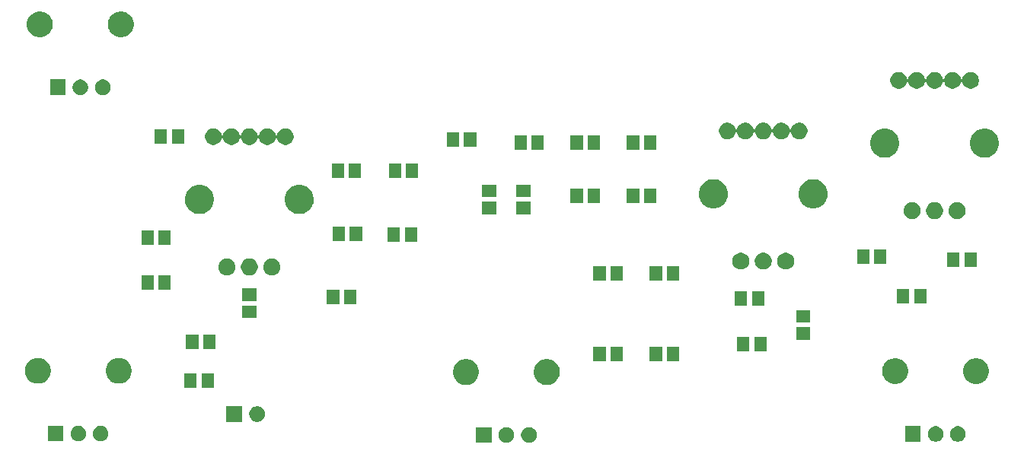
<source format=gbr>
G04 #@! TF.GenerationSoftware,KiCad,Pcbnew,(5.1.4-0-10_14)*
G04 #@! TF.CreationDate,2019-09-22T18:22:58+01:00*
G04 #@! TF.ProjectId,knobs,6b6e6f62-732e-46b6-9963-61645f706362,rev?*
G04 #@! TF.SameCoordinates,Original*
G04 #@! TF.FileFunction,Soldermask,Top*
G04 #@! TF.FilePolarity,Negative*
%FSLAX46Y46*%
G04 Gerber Fmt 4.6, Leading zero omitted, Abs format (unit mm)*
G04 Created by KiCad (PCBNEW (5.1.4-0-10_14)) date 2019-09-22 18:22:58*
%MOMM*%
%LPD*%
G04 APERTURE LIST*
%ADD10C,0.100000*%
G04 APERTURE END LIST*
D10*
G36*
X180546000Y-96590000D02*
G01*
X180376041Y-96616919D01*
X180222718Y-96695041D01*
X180101041Y-96816718D01*
X179996000Y-97140000D01*
X179996000Y-97190000D01*
X180020472Y-97344508D01*
X180091492Y-97483893D01*
X180202107Y-97594508D01*
X180496000Y-97690000D01*
X180546000Y-97690000D01*
X180715959Y-97663081D01*
X180869282Y-97584959D01*
X180990959Y-97463282D01*
X181096000Y-97140000D01*
X181069081Y-96970041D01*
X180990959Y-96816718D01*
X180869282Y-96695041D01*
X180546000Y-96590000D01*
G37*
G36*
X179080000Y-111090000D02*
G01*
X178910041Y-111116919D01*
X178756718Y-111195041D01*
X178635041Y-111316718D01*
X178530000Y-111640000D01*
X178530000Y-111690000D01*
X178554472Y-111844508D01*
X178625492Y-111983893D01*
X178736107Y-112094508D01*
X179030000Y-112190000D01*
X179080000Y-112190000D01*
X179249959Y-112163081D01*
X179403282Y-112084959D01*
X179524959Y-111963282D01*
X179630000Y-111640000D01*
X179603081Y-111470041D01*
X179524959Y-111316718D01*
X179403282Y-111195041D01*
X179080000Y-111090000D01*
G37*
G36*
X176530000Y-111090000D02*
G01*
X176360041Y-111116919D01*
X176206718Y-111195041D01*
X176085041Y-111316718D01*
X175980000Y-111640000D01*
X175980000Y-111690000D01*
X175980000Y-111689999D01*
X176004471Y-111844508D01*
X176075491Y-111983892D01*
X176186107Y-112094509D01*
X176325491Y-112165529D01*
X176480000Y-112190000D01*
X176530000Y-112190000D01*
X176699959Y-112163081D01*
X176853282Y-112084959D01*
X176974959Y-111963282D01*
X177080000Y-111640000D01*
X177053081Y-111470041D01*
X176974959Y-111316718D01*
X176853282Y-111195041D01*
X176530000Y-111090000D01*
G37*
G36*
X174030000Y-111090000D02*
G01*
X173860041Y-111116919D01*
X173706718Y-111195041D01*
X173585041Y-111316718D01*
X173480000Y-111640000D01*
X173480000Y-111690000D01*
X173504472Y-111844508D01*
X173575492Y-111983893D01*
X173686107Y-112094508D01*
X173980000Y-112190000D01*
X174030000Y-112190000D01*
X174199959Y-112163081D01*
X174353282Y-112084959D01*
X174474959Y-111963282D01*
X174580000Y-111640000D01*
X174553081Y-111470041D01*
X174474959Y-111316718D01*
X174353282Y-111195041D01*
X174030000Y-111090000D01*
G37*
G36*
X178514000Y-96590000D02*
G01*
X178344041Y-96616919D01*
X178190718Y-96695041D01*
X178069041Y-96816718D01*
X177964000Y-97140000D01*
X177964000Y-97190000D01*
X177988472Y-97344508D01*
X178059492Y-97483893D01*
X178170107Y-97594508D01*
X178464000Y-97690000D01*
X178514000Y-97690000D01*
X178683959Y-97663081D01*
X178837282Y-97584959D01*
X178958959Y-97463282D01*
X179064000Y-97140000D01*
X179037081Y-96970041D01*
X178958959Y-96816718D01*
X178837282Y-96695041D01*
X178514000Y-96590000D01*
G37*
G36*
X176514000Y-96590000D02*
G01*
X176514001Y-96590000D01*
X176344042Y-96616919D01*
X176190719Y-96695041D01*
X176069042Y-96816718D01*
X175964000Y-97140000D01*
X175964000Y-97190000D01*
X175964000Y-97189999D01*
X175988471Y-97344508D01*
X176059491Y-97483892D01*
X176170107Y-97594509D01*
X176309491Y-97665529D01*
X176464000Y-97690000D01*
X176514000Y-97690000D01*
X176683959Y-97663081D01*
X176837282Y-97584959D01*
X176958959Y-97463282D01*
X177064000Y-97140000D01*
X177037081Y-96970041D01*
X176958959Y-96816718D01*
X176837282Y-96695041D01*
X176514000Y-96590000D01*
G37*
G36*
X174514000Y-96590000D02*
G01*
X174344041Y-96616919D01*
X174190718Y-96695041D01*
X174069041Y-96816718D01*
X173964000Y-97140000D01*
X173964000Y-97190000D01*
X173988472Y-97344508D01*
X174059492Y-97483893D01*
X174170107Y-97594508D01*
X174464000Y-97690000D01*
X174514000Y-97690000D01*
X174683959Y-97663081D01*
X174837282Y-97584959D01*
X174958959Y-97463282D01*
X175064000Y-97140000D01*
X175037081Y-96970041D01*
X174958959Y-96816718D01*
X174837282Y-96695041D01*
X174514000Y-96590000D01*
G37*
G36*
X172514000Y-96590000D02*
G01*
X172344041Y-96616919D01*
X172190718Y-96695041D01*
X172069041Y-96816718D01*
X171964000Y-97140000D01*
X171964000Y-97190000D01*
X171988472Y-97344508D01*
X172059492Y-97483893D01*
X172170107Y-97594508D01*
X172464000Y-97690000D01*
X172514000Y-97690000D01*
X172683959Y-97663081D01*
X172837282Y-97584959D01*
X172958959Y-97463282D01*
X173064000Y-97140000D01*
X173037081Y-96970041D01*
X172958959Y-96816718D01*
X172837282Y-96695041D01*
X172514000Y-96590000D01*
G37*
G36*
X182080000Y-103140000D02*
G01*
X181857479Y-103165072D01*
X181646116Y-103239031D01*
X181456510Y-103358169D01*
X181298169Y-103516510D01*
X181179031Y-103706116D01*
X181080000Y-104140000D01*
X181105072Y-104362521D01*
X181179031Y-104573884D01*
X181298169Y-104763490D01*
X181456510Y-104921831D01*
X181646116Y-105040969D01*
X182080000Y-105140000D01*
X182302521Y-105114928D01*
X182513884Y-105040969D01*
X182703490Y-104921831D01*
X182861831Y-104763490D01*
X182980969Y-104573884D01*
X183080000Y-104140000D01*
X183054928Y-103917479D01*
X182980969Y-103706116D01*
X182861831Y-103516510D01*
X182703490Y-103358169D01*
X182513884Y-103239031D01*
X182080000Y-103140000D01*
G37*
G36*
X170980000Y-103140000D02*
G01*
X170757479Y-103165072D01*
X170546116Y-103239031D01*
X170356510Y-103358169D01*
X170198169Y-103516510D01*
X170079031Y-103706116D01*
X169980000Y-104140000D01*
X170005072Y-104362521D01*
X170079031Y-104573884D01*
X170198169Y-104763490D01*
X170356510Y-104921831D01*
X170546116Y-105040969D01*
X170980000Y-105140000D01*
X171202521Y-105114928D01*
X171413884Y-105040969D01*
X171603490Y-104921831D01*
X171761831Y-104763490D01*
X171880969Y-104573884D01*
X171980000Y-104140000D01*
X171954928Y-103917479D01*
X171880969Y-103706116D01*
X171761831Y-103516510D01*
X171603490Y-103358169D01*
X171413884Y-103239031D01*
X170980000Y-103140000D01*
G37*
G36*
X199602000Y-90958600D02*
G01*
X199432041Y-90985519D01*
X199278718Y-91063641D01*
X199157041Y-91185318D01*
X199052000Y-91508600D01*
X199052000Y-91558600D01*
X199076472Y-91713108D01*
X199147492Y-91852493D01*
X199258107Y-91963108D01*
X199552000Y-92058600D01*
X199602000Y-92058600D01*
X199771959Y-92031681D01*
X199925282Y-91953559D01*
X200046959Y-91831882D01*
X200152000Y-91508600D01*
X200125081Y-91338641D01*
X200046959Y-91185318D01*
X199925282Y-91063641D01*
X199602000Y-90958600D01*
G37*
G36*
X198136000Y-105458600D02*
G01*
X197966041Y-105485519D01*
X197812718Y-105563641D01*
X197691041Y-105685318D01*
X197586000Y-106008600D01*
X197586000Y-106058600D01*
X197610472Y-106213108D01*
X197681492Y-106352493D01*
X197792107Y-106463108D01*
X198086000Y-106558600D01*
X198136000Y-106558600D01*
X198305959Y-106531681D01*
X198459282Y-106453559D01*
X198580959Y-106331882D01*
X198686000Y-106008600D01*
X198659081Y-105838641D01*
X198580959Y-105685318D01*
X198459282Y-105563641D01*
X198136000Y-105458600D01*
G37*
G36*
X195586000Y-105458600D02*
G01*
X195416041Y-105485519D01*
X195262718Y-105563641D01*
X195141041Y-105685318D01*
X195036000Y-106008600D01*
X195036000Y-106058600D01*
X195036000Y-106058599D01*
X195060471Y-106213108D01*
X195131491Y-106352492D01*
X195242107Y-106463109D01*
X195381491Y-106534129D01*
X195536000Y-106558600D01*
X195586000Y-106558600D01*
X195755959Y-106531681D01*
X195909282Y-106453559D01*
X196030959Y-106331882D01*
X196136000Y-106008600D01*
X196109081Y-105838641D01*
X196030959Y-105685318D01*
X195909282Y-105563641D01*
X195586000Y-105458600D01*
G37*
G36*
X193086000Y-105458600D02*
G01*
X192916041Y-105485519D01*
X192762718Y-105563641D01*
X192641041Y-105685318D01*
X192536000Y-106008600D01*
X192536000Y-106058600D01*
X192560472Y-106213108D01*
X192631492Y-106352493D01*
X192742107Y-106463108D01*
X193036000Y-106558600D01*
X193086000Y-106558600D01*
X193255959Y-106531681D01*
X193409282Y-106453559D01*
X193530959Y-106331882D01*
X193636000Y-106008600D01*
X193609081Y-105838641D01*
X193530959Y-105685318D01*
X193409282Y-105563641D01*
X193086000Y-105458600D01*
G37*
G36*
X197570000Y-90958600D02*
G01*
X197400041Y-90985519D01*
X197246718Y-91063641D01*
X197125041Y-91185318D01*
X197020000Y-91508600D01*
X197020000Y-91558600D01*
X197044472Y-91713108D01*
X197115492Y-91852493D01*
X197226107Y-91963108D01*
X197520000Y-92058600D01*
X197570000Y-92058600D01*
X197739959Y-92031681D01*
X197893282Y-91953559D01*
X198014959Y-91831882D01*
X198120000Y-91508600D01*
X198093081Y-91338641D01*
X198014959Y-91185318D01*
X197893282Y-91063641D01*
X197570000Y-90958600D01*
G37*
G36*
X195570000Y-90958600D02*
G01*
X195570001Y-90958600D01*
X195400042Y-90985519D01*
X195246719Y-91063641D01*
X195125042Y-91185318D01*
X195020000Y-91508600D01*
X195020000Y-91558600D01*
X195020000Y-91558599D01*
X195044471Y-91713108D01*
X195115491Y-91852492D01*
X195226107Y-91963109D01*
X195365491Y-92034129D01*
X195520000Y-92058600D01*
X195570000Y-92058600D01*
X195739959Y-92031681D01*
X195893282Y-91953559D01*
X196014959Y-91831882D01*
X196120000Y-91508600D01*
X196093081Y-91338641D01*
X196014959Y-91185318D01*
X195893282Y-91063641D01*
X195570000Y-90958600D01*
G37*
G36*
X193570000Y-90958600D02*
G01*
X193400041Y-90985519D01*
X193246718Y-91063641D01*
X193125041Y-91185318D01*
X193020000Y-91508600D01*
X193020000Y-91558600D01*
X193044472Y-91713108D01*
X193115492Y-91852493D01*
X193226107Y-91963108D01*
X193520000Y-92058600D01*
X193570000Y-92058600D01*
X193739959Y-92031681D01*
X193893282Y-91953559D01*
X194014959Y-91831882D01*
X194120000Y-91508600D01*
X194093081Y-91338641D01*
X194014959Y-91185318D01*
X193893282Y-91063641D01*
X193570000Y-90958600D01*
G37*
G36*
X191570000Y-90958600D02*
G01*
X191400041Y-90985519D01*
X191246718Y-91063641D01*
X191125041Y-91185318D01*
X191020000Y-91508600D01*
X191020000Y-91558600D01*
X191044472Y-91713108D01*
X191115492Y-91852493D01*
X191226107Y-91963108D01*
X191520000Y-92058600D01*
X191570000Y-92058600D01*
X191739959Y-92031681D01*
X191893282Y-91953559D01*
X192014959Y-91831882D01*
X192120000Y-91508600D01*
X192093081Y-91338641D01*
X192014959Y-91185318D01*
X191893282Y-91063641D01*
X191570000Y-90958600D01*
G37*
G36*
X201136000Y-97508600D02*
G01*
X200913479Y-97533672D01*
X200702116Y-97607631D01*
X200512510Y-97726769D01*
X200354169Y-97885110D01*
X200235031Y-98074716D01*
X200136000Y-98508600D01*
X200161072Y-98731121D01*
X200235031Y-98942484D01*
X200354169Y-99132090D01*
X200512510Y-99290431D01*
X200702116Y-99409569D01*
X201136000Y-99508600D01*
X201358521Y-99483528D01*
X201569884Y-99409569D01*
X201759490Y-99290431D01*
X201917831Y-99132090D01*
X202036969Y-98942484D01*
X202136000Y-98508600D01*
X202110928Y-98286079D01*
X202036969Y-98074716D01*
X201917831Y-97885110D01*
X201759490Y-97726769D01*
X201569884Y-97607631D01*
X201136000Y-97508600D01*
G37*
G36*
X190036000Y-97508600D02*
G01*
X189813479Y-97533672D01*
X189602116Y-97607631D01*
X189412510Y-97726769D01*
X189254169Y-97885110D01*
X189135031Y-98074716D01*
X189036000Y-98508600D01*
X189061072Y-98731121D01*
X189135031Y-98942484D01*
X189254169Y-99132090D01*
X189412510Y-99290431D01*
X189602116Y-99409569D01*
X190036000Y-99508600D01*
X190258521Y-99483528D01*
X190469884Y-99409569D01*
X190659490Y-99290431D01*
X190817831Y-99132090D01*
X190936969Y-98942484D01*
X191036000Y-98508600D01*
X191010928Y-98286079D01*
X190936969Y-98074716D01*
X190817831Y-97885110D01*
X190659490Y-97726769D01*
X190469884Y-97607631D01*
X190036000Y-97508600D01*
G37*
G36*
X123396000Y-97225000D02*
G01*
X123226041Y-97251919D01*
X123072718Y-97330041D01*
X122951041Y-97451718D01*
X122846000Y-97775000D01*
X122846000Y-97825000D01*
X122870472Y-97979508D01*
X122941492Y-98118893D01*
X123052107Y-98229508D01*
X123346000Y-98325000D01*
X123396000Y-98325000D01*
X123565959Y-98298081D01*
X123719282Y-98219959D01*
X123840959Y-98098282D01*
X123946000Y-97775000D01*
X123919081Y-97605041D01*
X123840959Y-97451718D01*
X123719282Y-97330041D01*
X123396000Y-97225000D01*
G37*
G36*
X121930000Y-111725000D02*
G01*
X121760041Y-111751919D01*
X121606718Y-111830041D01*
X121485041Y-111951718D01*
X121380000Y-112275000D01*
X121380000Y-112325000D01*
X121404472Y-112479508D01*
X121475492Y-112618893D01*
X121586107Y-112729508D01*
X121880000Y-112825000D01*
X121930000Y-112825000D01*
X122099959Y-112798081D01*
X122253282Y-112719959D01*
X122374959Y-112598282D01*
X122480000Y-112275000D01*
X122453081Y-112105041D01*
X122374959Y-111951718D01*
X122253282Y-111830041D01*
X121930000Y-111725000D01*
G37*
G36*
X119380000Y-111725000D02*
G01*
X119210041Y-111751919D01*
X119056718Y-111830041D01*
X118935041Y-111951718D01*
X118830000Y-112275000D01*
X118830000Y-112325000D01*
X118830000Y-112324999D01*
X118854471Y-112479508D01*
X118925491Y-112618892D01*
X119036107Y-112729509D01*
X119175491Y-112800529D01*
X119330000Y-112825000D01*
X119380000Y-112825000D01*
X119549959Y-112798081D01*
X119703282Y-112719959D01*
X119824959Y-112598282D01*
X119930000Y-112275000D01*
X119903081Y-112105041D01*
X119824959Y-111951718D01*
X119703282Y-111830041D01*
X119380000Y-111725000D01*
G37*
G36*
X116880000Y-111725000D02*
G01*
X116710041Y-111751919D01*
X116556718Y-111830041D01*
X116435041Y-111951718D01*
X116330000Y-112275000D01*
X116330000Y-112325000D01*
X116354472Y-112479508D01*
X116425492Y-112618893D01*
X116536107Y-112729508D01*
X116830000Y-112825000D01*
X116880000Y-112825000D01*
X117049959Y-112798081D01*
X117203282Y-112719959D01*
X117324959Y-112598282D01*
X117430000Y-112275000D01*
X117403081Y-112105041D01*
X117324959Y-111951718D01*
X117203282Y-111830041D01*
X116880000Y-111725000D01*
G37*
G36*
X121364000Y-97225000D02*
G01*
X121194041Y-97251919D01*
X121040718Y-97330041D01*
X120919041Y-97451718D01*
X120814000Y-97775000D01*
X120814000Y-97825000D01*
X120838472Y-97979508D01*
X120909492Y-98118893D01*
X121020107Y-98229508D01*
X121314000Y-98325000D01*
X121364000Y-98325000D01*
X121533959Y-98298081D01*
X121687282Y-98219959D01*
X121808959Y-98098282D01*
X121914000Y-97775000D01*
X121887081Y-97605041D01*
X121808959Y-97451718D01*
X121687282Y-97330041D01*
X121364000Y-97225000D01*
G37*
G36*
X119364000Y-97225000D02*
G01*
X119364001Y-97225000D01*
X119194042Y-97251919D01*
X119040719Y-97330041D01*
X118919042Y-97451718D01*
X118814000Y-97775000D01*
X118814000Y-97825000D01*
X118814000Y-97824999D01*
X118838471Y-97979508D01*
X118909491Y-98118892D01*
X119020107Y-98229509D01*
X119159491Y-98300529D01*
X119314000Y-98325000D01*
X119364000Y-98325000D01*
X119533959Y-98298081D01*
X119687282Y-98219959D01*
X119808959Y-98098282D01*
X119914000Y-97775000D01*
X119887081Y-97605041D01*
X119808959Y-97451718D01*
X119687282Y-97330041D01*
X119364000Y-97225000D01*
G37*
G36*
X117364000Y-97225000D02*
G01*
X117194041Y-97251919D01*
X117040718Y-97330041D01*
X116919041Y-97451718D01*
X116814000Y-97775000D01*
X116814000Y-97825000D01*
X116838472Y-97979508D01*
X116909492Y-98118893D01*
X117020107Y-98229508D01*
X117314000Y-98325000D01*
X117364000Y-98325000D01*
X117533959Y-98298081D01*
X117687282Y-98219959D01*
X117808959Y-98098282D01*
X117914000Y-97775000D01*
X117887081Y-97605041D01*
X117808959Y-97451718D01*
X117687282Y-97330041D01*
X117364000Y-97225000D01*
G37*
G36*
X115364000Y-97225000D02*
G01*
X115194041Y-97251919D01*
X115040718Y-97330041D01*
X114919041Y-97451718D01*
X114814000Y-97775000D01*
X114814000Y-97825000D01*
X114838472Y-97979508D01*
X114909492Y-98118893D01*
X115020107Y-98229508D01*
X115314000Y-98325000D01*
X115364000Y-98325000D01*
X115533959Y-98298081D01*
X115687282Y-98219959D01*
X115808959Y-98098282D01*
X115914000Y-97775000D01*
X115887081Y-97605041D01*
X115808959Y-97451718D01*
X115687282Y-97330041D01*
X115364000Y-97225000D01*
G37*
G36*
X124930000Y-103775000D02*
G01*
X124707479Y-103800072D01*
X124496116Y-103874031D01*
X124306510Y-103993169D01*
X124148169Y-104151510D01*
X124029031Y-104341116D01*
X123930000Y-104775000D01*
X123955072Y-104997521D01*
X124029031Y-105208884D01*
X124148169Y-105398490D01*
X124306510Y-105556831D01*
X124496116Y-105675969D01*
X124930000Y-105775000D01*
X125152521Y-105749928D01*
X125363884Y-105675969D01*
X125553490Y-105556831D01*
X125711831Y-105398490D01*
X125830969Y-105208884D01*
X125930000Y-104775000D01*
X125904928Y-104552479D01*
X125830969Y-104341116D01*
X125711831Y-104151510D01*
X125553490Y-103993169D01*
X125363884Y-103874031D01*
X124930000Y-103775000D01*
G37*
G36*
X113830000Y-103775000D02*
G01*
X113607479Y-103800072D01*
X113396116Y-103874031D01*
X113206510Y-103993169D01*
X113048169Y-104151510D01*
X112929031Y-104341116D01*
X112830000Y-104775000D01*
X112855072Y-104997521D01*
X112929031Y-105208884D01*
X113048169Y-105398490D01*
X113206510Y-105556831D01*
X113396116Y-105675969D01*
X113830000Y-105775000D01*
X114052521Y-105749928D01*
X114263884Y-105675969D01*
X114453490Y-105556831D01*
X114611831Y-105398490D01*
X114730969Y-105208884D01*
X114830000Y-104775000D01*
X114804928Y-104552479D01*
X114730969Y-104341116D01*
X114611831Y-104151510D01*
X114453490Y-103993169D01*
X114263884Y-103874031D01*
X113830000Y-103775000D01*
G37*
G36*
X150721309Y-130162241D02*
G01*
X150878733Y-130227448D01*
X151020404Y-130322109D01*
X151140891Y-130442596D01*
X151235552Y-130584267D01*
X151300759Y-130741691D01*
X151334000Y-130908803D01*
X151334000Y-131079197D01*
X151300759Y-131246309D01*
X151300758Y-131246311D01*
X151239831Y-131393404D01*
X151235552Y-131403733D01*
X151140891Y-131545404D01*
X151020404Y-131665891D01*
X150878733Y-131760552D01*
X150721309Y-131825759D01*
X150554197Y-131859000D01*
X150383803Y-131859000D01*
X150216691Y-131825759D01*
X150059267Y-131760552D01*
X149917596Y-131665891D01*
X149797109Y-131545404D01*
X149702448Y-131403733D01*
X149698170Y-131393404D01*
X149637242Y-131246311D01*
X149637241Y-131246309D01*
X149604000Y-131079197D01*
X149604000Y-130908803D01*
X149637241Y-130741691D01*
X149702448Y-130584267D01*
X149797109Y-130442596D01*
X149917596Y-130322109D01*
X150059267Y-130227448D01*
X150216691Y-130162241D01*
X150383803Y-130129000D01*
X150554197Y-130129000D01*
X150721309Y-130162241D01*
X150721309Y-130162241D01*
G37*
G36*
X148221309Y-130162241D02*
G01*
X148378733Y-130227448D01*
X148520404Y-130322109D01*
X148640891Y-130442596D01*
X148735552Y-130584267D01*
X148800759Y-130741691D01*
X148834000Y-130908803D01*
X148834000Y-131079197D01*
X148800759Y-131246309D01*
X148800758Y-131246311D01*
X148739831Y-131393404D01*
X148735552Y-131403733D01*
X148640891Y-131545404D01*
X148520404Y-131665891D01*
X148378733Y-131760552D01*
X148221309Y-131825759D01*
X148054197Y-131859000D01*
X147883803Y-131859000D01*
X147716691Y-131825759D01*
X147559267Y-131760552D01*
X147417596Y-131665891D01*
X147297109Y-131545404D01*
X147202448Y-131403733D01*
X147198170Y-131393404D01*
X147137242Y-131246311D01*
X147137241Y-131246309D01*
X147104000Y-131079197D01*
X147104000Y-130908803D01*
X147137241Y-130741691D01*
X147202448Y-130584267D01*
X147297109Y-130442596D01*
X147417596Y-130322109D01*
X147559267Y-130227448D01*
X147716691Y-130162241D01*
X147883803Y-130129000D01*
X148054197Y-130129000D01*
X148221309Y-130162241D01*
X148221309Y-130162241D01*
G37*
G36*
X146334000Y-131859000D02*
G01*
X144604000Y-131859000D01*
X144604000Y-130129000D01*
X146334000Y-130129000D01*
X146334000Y-131859000D01*
X146334000Y-131859000D01*
G37*
G36*
X198438309Y-130045241D02*
G01*
X198595733Y-130110448D01*
X198737404Y-130205109D01*
X198857891Y-130325596D01*
X198952552Y-130467267D01*
X199017759Y-130624691D01*
X199051000Y-130791803D01*
X199051000Y-130962197D01*
X199017759Y-131129309D01*
X199017758Y-131129311D01*
X198967050Y-131251733D01*
X198952552Y-131286733D01*
X198857891Y-131428404D01*
X198737404Y-131548891D01*
X198595733Y-131643552D01*
X198438309Y-131708759D01*
X198271197Y-131742000D01*
X198100803Y-131742000D01*
X197933691Y-131708759D01*
X197776267Y-131643552D01*
X197634596Y-131548891D01*
X197514109Y-131428404D01*
X197419448Y-131286733D01*
X197404951Y-131251733D01*
X197354242Y-131129311D01*
X197354241Y-131129309D01*
X197321000Y-130962197D01*
X197321000Y-130791803D01*
X197354241Y-130624691D01*
X197419448Y-130467267D01*
X197514109Y-130325596D01*
X197634596Y-130205109D01*
X197776267Y-130110448D01*
X197933691Y-130045241D01*
X198100803Y-130012000D01*
X198271197Y-130012000D01*
X198438309Y-130045241D01*
X198438309Y-130045241D01*
G37*
G36*
X195938309Y-130045241D02*
G01*
X196095733Y-130110448D01*
X196237404Y-130205109D01*
X196357891Y-130325596D01*
X196452552Y-130467267D01*
X196517759Y-130624691D01*
X196551000Y-130791803D01*
X196551000Y-130962197D01*
X196517759Y-131129309D01*
X196517758Y-131129311D01*
X196467050Y-131251733D01*
X196452552Y-131286733D01*
X196357891Y-131428404D01*
X196237404Y-131548891D01*
X196095733Y-131643552D01*
X195938309Y-131708759D01*
X195771197Y-131742000D01*
X195600803Y-131742000D01*
X195433691Y-131708759D01*
X195276267Y-131643552D01*
X195134596Y-131548891D01*
X195014109Y-131428404D01*
X194919448Y-131286733D01*
X194904951Y-131251733D01*
X194854242Y-131129311D01*
X194854241Y-131129309D01*
X194821000Y-130962197D01*
X194821000Y-130791803D01*
X194854241Y-130624691D01*
X194919448Y-130467267D01*
X195014109Y-130325596D01*
X195134596Y-130205109D01*
X195276267Y-130110448D01*
X195433691Y-130045241D01*
X195600803Y-130012000D01*
X195771197Y-130012000D01*
X195938309Y-130045241D01*
X195938309Y-130045241D01*
G37*
G36*
X194051000Y-131742000D02*
G01*
X192321000Y-131742000D01*
X192321000Y-130012000D01*
X194051000Y-130012000D01*
X194051000Y-131742000D01*
X194051000Y-131742000D01*
G37*
G36*
X103103309Y-130010241D02*
G01*
X103260733Y-130075448D01*
X103402404Y-130170109D01*
X103522891Y-130290596D01*
X103617552Y-130432267D01*
X103617553Y-130432269D01*
X103632050Y-130467269D01*
X103682759Y-130589691D01*
X103716000Y-130756803D01*
X103716000Y-130927197D01*
X103682759Y-131094309D01*
X103617552Y-131251733D01*
X103522891Y-131393404D01*
X103402404Y-131513891D01*
X103260733Y-131608552D01*
X103103309Y-131673759D01*
X102936197Y-131707000D01*
X102765803Y-131707000D01*
X102598691Y-131673759D01*
X102441267Y-131608552D01*
X102299596Y-131513891D01*
X102179109Y-131393404D01*
X102084448Y-131251733D01*
X102019241Y-131094309D01*
X101986000Y-130927197D01*
X101986000Y-130756803D01*
X102019241Y-130589691D01*
X102069950Y-130467269D01*
X102084447Y-130432269D01*
X102084448Y-130432267D01*
X102179109Y-130290596D01*
X102299596Y-130170109D01*
X102441267Y-130075448D01*
X102598691Y-130010241D01*
X102765803Y-129977000D01*
X102936197Y-129977000D01*
X103103309Y-130010241D01*
X103103309Y-130010241D01*
G37*
G36*
X100603309Y-130010241D02*
G01*
X100760733Y-130075448D01*
X100902404Y-130170109D01*
X101022891Y-130290596D01*
X101117552Y-130432267D01*
X101117553Y-130432269D01*
X101132050Y-130467269D01*
X101182759Y-130589691D01*
X101216000Y-130756803D01*
X101216000Y-130927197D01*
X101182759Y-131094309D01*
X101117552Y-131251733D01*
X101022891Y-131393404D01*
X100902404Y-131513891D01*
X100760733Y-131608552D01*
X100603309Y-131673759D01*
X100436197Y-131707000D01*
X100265803Y-131707000D01*
X100098691Y-131673759D01*
X99941267Y-131608552D01*
X99799596Y-131513891D01*
X99679109Y-131393404D01*
X99584448Y-131251733D01*
X99519241Y-131094309D01*
X99486000Y-130927197D01*
X99486000Y-130756803D01*
X99519241Y-130589691D01*
X99569950Y-130467269D01*
X99584447Y-130432269D01*
X99584448Y-130432267D01*
X99679109Y-130290596D01*
X99799596Y-130170109D01*
X99941267Y-130075448D01*
X100098691Y-130010241D01*
X100265803Y-129977000D01*
X100436197Y-129977000D01*
X100603309Y-130010241D01*
X100603309Y-130010241D01*
G37*
G36*
X98716000Y-131707000D02*
G01*
X96986000Y-131707000D01*
X96986000Y-129977000D01*
X98716000Y-129977000D01*
X98716000Y-131707000D01*
X98716000Y-131707000D01*
G37*
G36*
X120396529Y-127800209D02*
G01*
X120509230Y-127822626D01*
X120602510Y-127861264D01*
X120668468Y-127888585D01*
X120811780Y-127984343D01*
X120933657Y-128106220D01*
X121029415Y-128249532D01*
X121056736Y-128315490D01*
X121095374Y-128408770D01*
X121129000Y-128577821D01*
X121129000Y-128750179D01*
X121095374Y-128919230D01*
X121056736Y-129012510D01*
X121029415Y-129078468D01*
X120933657Y-129221780D01*
X120811780Y-129343657D01*
X120668468Y-129439415D01*
X120602510Y-129466736D01*
X120509230Y-129505374D01*
X120396529Y-129527791D01*
X120340180Y-129539000D01*
X120167820Y-129539000D01*
X120111471Y-129527791D01*
X119998770Y-129505374D01*
X119905490Y-129466736D01*
X119839532Y-129439415D01*
X119696220Y-129343657D01*
X119574343Y-129221780D01*
X119478585Y-129078468D01*
X119451264Y-129012510D01*
X119412626Y-128919230D01*
X119379000Y-128750179D01*
X119379000Y-128577821D01*
X119412626Y-128408770D01*
X119451264Y-128315490D01*
X119478585Y-128249532D01*
X119574343Y-128106220D01*
X119696220Y-127984343D01*
X119839532Y-127888585D01*
X119905490Y-127861264D01*
X119998770Y-127822626D01*
X120111471Y-127800209D01*
X120167820Y-127789000D01*
X120340180Y-127789000D01*
X120396529Y-127800209D01*
X120396529Y-127800209D01*
G37*
G36*
X118589000Y-129539000D02*
G01*
X116839000Y-129539000D01*
X116839000Y-127789000D01*
X118589000Y-127789000D01*
X118589000Y-129539000D01*
X118589000Y-129539000D01*
G37*
G36*
X115432000Y-125758000D02*
G01*
X114052000Y-125758000D01*
X114052000Y-124178000D01*
X115432000Y-124178000D01*
X115432000Y-125758000D01*
X115432000Y-125758000D01*
G37*
G36*
X113532000Y-125758000D02*
G01*
X112152000Y-125758000D01*
X112152000Y-124178000D01*
X113532000Y-124178000D01*
X113532000Y-125758000D01*
X113532000Y-125758000D01*
G37*
G36*
X152888157Y-122612223D02*
G01*
X152888159Y-122612224D01*
X152888160Y-122612224D01*
X152964755Y-122643951D01*
X153149675Y-122720547D01*
X153385034Y-122877809D01*
X153585191Y-123077966D01*
X153742453Y-123313325D01*
X153850777Y-123574843D01*
X153906000Y-123852468D01*
X153906000Y-124135532D01*
X153850777Y-124413157D01*
X153742453Y-124674675D01*
X153742452Y-124674676D01*
X153585192Y-124910033D01*
X153385033Y-125110192D01*
X153377159Y-125115453D01*
X153149675Y-125267453D01*
X153037300Y-125314000D01*
X152888160Y-125375776D01*
X152888159Y-125375776D01*
X152888157Y-125375777D01*
X152610532Y-125431000D01*
X152327468Y-125431000D01*
X152049843Y-125375777D01*
X152049841Y-125375776D01*
X152049840Y-125375776D01*
X151900700Y-125314000D01*
X151788325Y-125267453D01*
X151560841Y-125115453D01*
X151552967Y-125110192D01*
X151352808Y-124910033D01*
X151195548Y-124674676D01*
X151195547Y-124674675D01*
X151087223Y-124413157D01*
X151032000Y-124135532D01*
X151032000Y-123852468D01*
X151087223Y-123574843D01*
X151195547Y-123313325D01*
X151352809Y-123077966D01*
X151552966Y-122877809D01*
X151788325Y-122720547D01*
X151973245Y-122643951D01*
X152049840Y-122612224D01*
X152049841Y-122612224D01*
X152049843Y-122612223D01*
X152327468Y-122557000D01*
X152610532Y-122557000D01*
X152888157Y-122612223D01*
X152888157Y-122612223D01*
G37*
G36*
X143888157Y-122612223D02*
G01*
X143888159Y-122612224D01*
X143888160Y-122612224D01*
X143964755Y-122643951D01*
X144149675Y-122720547D01*
X144385034Y-122877809D01*
X144585191Y-123077966D01*
X144742453Y-123313325D01*
X144850777Y-123574843D01*
X144906000Y-123852468D01*
X144906000Y-124135532D01*
X144850777Y-124413157D01*
X144742453Y-124674675D01*
X144742452Y-124674676D01*
X144585192Y-124910033D01*
X144385033Y-125110192D01*
X144377159Y-125115453D01*
X144149675Y-125267453D01*
X144037300Y-125314000D01*
X143888160Y-125375776D01*
X143888159Y-125375776D01*
X143888157Y-125375777D01*
X143610532Y-125431000D01*
X143327468Y-125431000D01*
X143049843Y-125375777D01*
X143049841Y-125375776D01*
X143049840Y-125375776D01*
X142900700Y-125314000D01*
X142788325Y-125267453D01*
X142560841Y-125115453D01*
X142552967Y-125110192D01*
X142352808Y-124910033D01*
X142195548Y-124674676D01*
X142195547Y-124674675D01*
X142087223Y-124413157D01*
X142032000Y-124135532D01*
X142032000Y-123852468D01*
X142087223Y-123574843D01*
X142195547Y-123313325D01*
X142352809Y-123077966D01*
X142552966Y-122877809D01*
X142788325Y-122720547D01*
X142973245Y-122643951D01*
X143049840Y-122612224D01*
X143049841Y-122612224D01*
X143049843Y-122612223D01*
X143327468Y-122557000D01*
X143610532Y-122557000D01*
X143888157Y-122612223D01*
X143888157Y-122612223D01*
G37*
G36*
X200605157Y-122495223D02*
G01*
X200605159Y-122495224D01*
X200605160Y-122495224D01*
X200681755Y-122526951D01*
X200866675Y-122603547D01*
X200879661Y-122612224D01*
X201049652Y-122725808D01*
X201102034Y-122760809D01*
X201302191Y-122960966D01*
X201459453Y-123196325D01*
X201567777Y-123457843D01*
X201623000Y-123735468D01*
X201623000Y-124018532D01*
X201567777Y-124296157D01*
X201459453Y-124557675D01*
X201459452Y-124557676D01*
X201325578Y-124758034D01*
X201302191Y-124793034D01*
X201102034Y-124993191D01*
X200866675Y-125150453D01*
X200689657Y-125223776D01*
X200605160Y-125258776D01*
X200605159Y-125258776D01*
X200605157Y-125258777D01*
X200327532Y-125314000D01*
X200044468Y-125314000D01*
X199766843Y-125258777D01*
X199766841Y-125258776D01*
X199766840Y-125258776D01*
X199682343Y-125223776D01*
X199505325Y-125150453D01*
X199269966Y-124993191D01*
X199069809Y-124793034D01*
X199046423Y-124758034D01*
X198912548Y-124557676D01*
X198912547Y-124557675D01*
X198804223Y-124296157D01*
X198749000Y-124018532D01*
X198749000Y-123735468D01*
X198804223Y-123457843D01*
X198912547Y-123196325D01*
X199069809Y-122960966D01*
X199269966Y-122760809D01*
X199322349Y-122725808D01*
X199492339Y-122612224D01*
X199505325Y-122603547D01*
X199690245Y-122526951D01*
X199766840Y-122495224D01*
X199766841Y-122495224D01*
X199766843Y-122495223D01*
X200044468Y-122440000D01*
X200327532Y-122440000D01*
X200605157Y-122495223D01*
X200605157Y-122495223D01*
G37*
G36*
X191605157Y-122495223D02*
G01*
X191605159Y-122495224D01*
X191605160Y-122495224D01*
X191681755Y-122526951D01*
X191866675Y-122603547D01*
X191879661Y-122612224D01*
X192049652Y-122725808D01*
X192102034Y-122760809D01*
X192302191Y-122960966D01*
X192459453Y-123196325D01*
X192567777Y-123457843D01*
X192623000Y-123735468D01*
X192623000Y-124018532D01*
X192567777Y-124296157D01*
X192459453Y-124557675D01*
X192459452Y-124557676D01*
X192325578Y-124758034D01*
X192302191Y-124793034D01*
X192102034Y-124993191D01*
X191866675Y-125150453D01*
X191689657Y-125223776D01*
X191605160Y-125258776D01*
X191605159Y-125258776D01*
X191605157Y-125258777D01*
X191327532Y-125314000D01*
X191044468Y-125314000D01*
X190766843Y-125258777D01*
X190766841Y-125258776D01*
X190766840Y-125258776D01*
X190682343Y-125223776D01*
X190505325Y-125150453D01*
X190269966Y-124993191D01*
X190069809Y-124793034D01*
X190046423Y-124758034D01*
X189912548Y-124557676D01*
X189912547Y-124557675D01*
X189804223Y-124296157D01*
X189749000Y-124018532D01*
X189749000Y-123735468D01*
X189804223Y-123457843D01*
X189912547Y-123196325D01*
X190069809Y-122960966D01*
X190269966Y-122760809D01*
X190322349Y-122725808D01*
X190492339Y-122612224D01*
X190505325Y-122603547D01*
X190690245Y-122526951D01*
X190766840Y-122495224D01*
X190766841Y-122495224D01*
X190766843Y-122495223D01*
X191044468Y-122440000D01*
X191327532Y-122440000D01*
X191605157Y-122495223D01*
X191605157Y-122495223D01*
G37*
G36*
X96270157Y-122460223D02*
G01*
X96270159Y-122460224D01*
X96270160Y-122460224D01*
X96346755Y-122491951D01*
X96531675Y-122568547D01*
X96597042Y-122612224D01*
X96767033Y-122725808D01*
X96967192Y-122925967D01*
X96990578Y-122960967D01*
X97124453Y-123161325D01*
X97232777Y-123422843D01*
X97288000Y-123700468D01*
X97288000Y-123983532D01*
X97232777Y-124261157D01*
X97124453Y-124522675D01*
X97101066Y-124557676D01*
X96967192Y-124758033D01*
X96767033Y-124958192D01*
X96649354Y-125036822D01*
X96531675Y-125115453D01*
X96447177Y-125150453D01*
X96270160Y-125223776D01*
X96270159Y-125223776D01*
X96270157Y-125223777D01*
X95992532Y-125279000D01*
X95709468Y-125279000D01*
X95431843Y-125223777D01*
X95431841Y-125223776D01*
X95431840Y-125223776D01*
X95254823Y-125150453D01*
X95170325Y-125115453D01*
X95052646Y-125036822D01*
X94934967Y-124958192D01*
X94734808Y-124758033D01*
X94600934Y-124557676D01*
X94577547Y-124522675D01*
X94469223Y-124261157D01*
X94414000Y-123983532D01*
X94414000Y-123700468D01*
X94469223Y-123422843D01*
X94577547Y-123161325D01*
X94711422Y-122960967D01*
X94734808Y-122925967D01*
X94934967Y-122725808D01*
X95104958Y-122612224D01*
X95170325Y-122568547D01*
X95355245Y-122491951D01*
X95431840Y-122460224D01*
X95431841Y-122460224D01*
X95431843Y-122460223D01*
X95709468Y-122405000D01*
X95992532Y-122405000D01*
X96270157Y-122460223D01*
X96270157Y-122460223D01*
G37*
G36*
X105270157Y-122460223D02*
G01*
X105270159Y-122460224D01*
X105270160Y-122460224D01*
X105346755Y-122491951D01*
X105531675Y-122568547D01*
X105597042Y-122612224D01*
X105767033Y-122725808D01*
X105967192Y-122925967D01*
X105990578Y-122960967D01*
X106124453Y-123161325D01*
X106232777Y-123422843D01*
X106288000Y-123700468D01*
X106288000Y-123983532D01*
X106232777Y-124261157D01*
X106124453Y-124522675D01*
X106101066Y-124557676D01*
X105967192Y-124758033D01*
X105767033Y-124958192D01*
X105649354Y-125036822D01*
X105531675Y-125115453D01*
X105447177Y-125150453D01*
X105270160Y-125223776D01*
X105270159Y-125223776D01*
X105270157Y-125223777D01*
X104992532Y-125279000D01*
X104709468Y-125279000D01*
X104431843Y-125223777D01*
X104431841Y-125223776D01*
X104431840Y-125223776D01*
X104254823Y-125150453D01*
X104170325Y-125115453D01*
X104052646Y-125036822D01*
X103934967Y-124958192D01*
X103734808Y-124758033D01*
X103600934Y-124557676D01*
X103577547Y-124522675D01*
X103469223Y-124261157D01*
X103414000Y-123983532D01*
X103414000Y-123700468D01*
X103469223Y-123422843D01*
X103577547Y-123161325D01*
X103711422Y-122960967D01*
X103734808Y-122925967D01*
X103934967Y-122725808D01*
X104104958Y-122612224D01*
X104170325Y-122568547D01*
X104355245Y-122491951D01*
X104431840Y-122460224D01*
X104431841Y-122460224D01*
X104431843Y-122460223D01*
X104709468Y-122405000D01*
X104992532Y-122405000D01*
X105270157Y-122460223D01*
X105270157Y-122460223D01*
G37*
G36*
X165280000Y-122775000D02*
G01*
X163900000Y-122775000D01*
X163900000Y-121195000D01*
X165280000Y-121195000D01*
X165280000Y-122775000D01*
X165280000Y-122775000D01*
G37*
G36*
X167180000Y-122775000D02*
G01*
X165800000Y-122775000D01*
X165800000Y-121195000D01*
X167180000Y-121195000D01*
X167180000Y-122775000D01*
X167180000Y-122775000D01*
G37*
G36*
X159030000Y-122775000D02*
G01*
X157650000Y-122775000D01*
X157650000Y-121195000D01*
X159030000Y-121195000D01*
X159030000Y-122775000D01*
X159030000Y-122775000D01*
G37*
G36*
X160930000Y-122775000D02*
G01*
X159550000Y-122775000D01*
X159550000Y-121195000D01*
X160930000Y-121195000D01*
X160930000Y-122775000D01*
X160930000Y-122775000D01*
G37*
G36*
X176900000Y-121694000D02*
G01*
X175520000Y-121694000D01*
X175520000Y-120114000D01*
X176900000Y-120114000D01*
X176900000Y-121694000D01*
X176900000Y-121694000D01*
G37*
G36*
X175000000Y-121694000D02*
G01*
X173620000Y-121694000D01*
X173620000Y-120114000D01*
X175000000Y-120114000D01*
X175000000Y-121694000D01*
X175000000Y-121694000D01*
G37*
G36*
X113720000Y-121440000D02*
G01*
X112340000Y-121440000D01*
X112340000Y-119860000D01*
X113720000Y-119860000D01*
X113720000Y-121440000D01*
X113720000Y-121440000D01*
G37*
G36*
X115620000Y-121440000D02*
G01*
X114240000Y-121440000D01*
X114240000Y-119860000D01*
X115620000Y-119860000D01*
X115620000Y-121440000D01*
X115620000Y-121440000D01*
G37*
G36*
X181765000Y-120385000D02*
G01*
X180185000Y-120385000D01*
X180185000Y-119005000D01*
X181765000Y-119005000D01*
X181765000Y-120385000D01*
X181765000Y-120385000D01*
G37*
G36*
X181765000Y-118485000D02*
G01*
X180185000Y-118485000D01*
X180185000Y-117105000D01*
X181765000Y-117105000D01*
X181765000Y-118485000D01*
X181765000Y-118485000D01*
G37*
G36*
X120170000Y-117972000D02*
G01*
X118590000Y-117972000D01*
X118590000Y-116592000D01*
X120170000Y-116592000D01*
X120170000Y-117972000D01*
X120170000Y-117972000D01*
G37*
G36*
X174746000Y-116614000D02*
G01*
X173366000Y-116614000D01*
X173366000Y-115034000D01*
X174746000Y-115034000D01*
X174746000Y-116614000D01*
X174746000Y-116614000D01*
G37*
G36*
X176646000Y-116614000D02*
G01*
X175266000Y-116614000D01*
X175266000Y-115034000D01*
X176646000Y-115034000D01*
X176646000Y-116614000D01*
X176646000Y-116614000D01*
G37*
G36*
X131285000Y-116425000D02*
G01*
X129905000Y-116425000D01*
X129905000Y-114845000D01*
X131285000Y-114845000D01*
X131285000Y-116425000D01*
X131285000Y-116425000D01*
G37*
G36*
X129385000Y-116425000D02*
G01*
X128005000Y-116425000D01*
X128005000Y-114845000D01*
X129385000Y-114845000D01*
X129385000Y-116425000D01*
X129385000Y-116425000D01*
G37*
G36*
X194680000Y-116360000D02*
G01*
X193300000Y-116360000D01*
X193300000Y-114780000D01*
X194680000Y-114780000D01*
X194680000Y-116360000D01*
X194680000Y-116360000D01*
G37*
G36*
X192780000Y-116360000D02*
G01*
X191400000Y-116360000D01*
X191400000Y-114780000D01*
X192780000Y-114780000D01*
X192780000Y-116360000D01*
X192780000Y-116360000D01*
G37*
G36*
X120170000Y-116072000D02*
G01*
X118590000Y-116072000D01*
X118590000Y-114692000D01*
X120170000Y-114692000D01*
X120170000Y-116072000D01*
X120170000Y-116072000D01*
G37*
G36*
X110640000Y-114790000D02*
G01*
X109260000Y-114790000D01*
X109260000Y-113210000D01*
X110640000Y-113210000D01*
X110640000Y-114790000D01*
X110640000Y-114790000D01*
G37*
G36*
X108740000Y-114790000D02*
G01*
X107360000Y-114790000D01*
X107360000Y-113210000D01*
X108740000Y-113210000D01*
X108740000Y-114790000D01*
X108740000Y-114790000D01*
G37*
G36*
X160930000Y-113820000D02*
G01*
X159550000Y-113820000D01*
X159550000Y-112240000D01*
X160930000Y-112240000D01*
X160930000Y-113820000D01*
X160930000Y-113820000D01*
G37*
G36*
X167180000Y-113820000D02*
G01*
X165800000Y-113820000D01*
X165800000Y-112240000D01*
X167180000Y-112240000D01*
X167180000Y-113820000D01*
X167180000Y-113820000D01*
G37*
G36*
X165280000Y-113820000D02*
G01*
X163900000Y-113820000D01*
X163900000Y-112240000D01*
X165280000Y-112240000D01*
X165280000Y-113820000D01*
X165280000Y-113820000D01*
G37*
G36*
X159030000Y-113820000D02*
G01*
X157650000Y-113820000D01*
X157650000Y-112240000D01*
X159030000Y-112240000D01*
X159030000Y-113820000D01*
X159030000Y-113820000D01*
G37*
G36*
X122154185Y-111371123D02*
G01*
X122154187Y-111371124D01*
X122154188Y-111371124D01*
X122325257Y-111441983D01*
X122325259Y-111441984D01*
X122479214Y-111544853D01*
X122610147Y-111675786D01*
X122713016Y-111829741D01*
X122713017Y-111829743D01*
X122748332Y-111915000D01*
X122783877Y-112000815D01*
X122820000Y-112182416D01*
X122820000Y-112367584D01*
X122783877Y-112549185D01*
X122713016Y-112720259D01*
X122610147Y-112874214D01*
X122479214Y-113005147D01*
X122325259Y-113108016D01*
X122325258Y-113108017D01*
X122325257Y-113108017D01*
X122154188Y-113178876D01*
X122154187Y-113178876D01*
X122154185Y-113178877D01*
X121972584Y-113215000D01*
X121787416Y-113215000D01*
X121605815Y-113178877D01*
X121605813Y-113178876D01*
X121605812Y-113178876D01*
X121434743Y-113108017D01*
X121434742Y-113108017D01*
X121434741Y-113108016D01*
X121280786Y-113005147D01*
X121149853Y-112874214D01*
X121046984Y-112720259D01*
X120976123Y-112549185D01*
X120940000Y-112367584D01*
X120940000Y-112182416D01*
X120976123Y-112000815D01*
X121011669Y-111915000D01*
X121046983Y-111829743D01*
X121046984Y-111829741D01*
X121149853Y-111675786D01*
X121280786Y-111544853D01*
X121434741Y-111441984D01*
X121434743Y-111441983D01*
X121605812Y-111371124D01*
X121605813Y-111371124D01*
X121605815Y-111371123D01*
X121787416Y-111335000D01*
X121972584Y-111335000D01*
X122154185Y-111371123D01*
X122154185Y-111371123D01*
G37*
G36*
X117154185Y-111371123D02*
G01*
X117154187Y-111371124D01*
X117154188Y-111371124D01*
X117325257Y-111441983D01*
X117325259Y-111441984D01*
X117479214Y-111544853D01*
X117610147Y-111675786D01*
X117713016Y-111829741D01*
X117713017Y-111829743D01*
X117748332Y-111915000D01*
X117783877Y-112000815D01*
X117820000Y-112182416D01*
X117820000Y-112367584D01*
X117783877Y-112549185D01*
X117713016Y-112720259D01*
X117610147Y-112874214D01*
X117479214Y-113005147D01*
X117325259Y-113108016D01*
X117325258Y-113108017D01*
X117325257Y-113108017D01*
X117154188Y-113178876D01*
X117154187Y-113178876D01*
X117154185Y-113178877D01*
X116972584Y-113215000D01*
X116787416Y-113215000D01*
X116605815Y-113178877D01*
X116605813Y-113178876D01*
X116605812Y-113178876D01*
X116434743Y-113108017D01*
X116434742Y-113108017D01*
X116434741Y-113108016D01*
X116280786Y-113005147D01*
X116149853Y-112874214D01*
X116046984Y-112720259D01*
X115976123Y-112549185D01*
X115940000Y-112367584D01*
X115940000Y-112182416D01*
X115976123Y-112000815D01*
X116011669Y-111915000D01*
X116046983Y-111829743D01*
X116046984Y-111829741D01*
X116149853Y-111675786D01*
X116280786Y-111544853D01*
X116434741Y-111441984D01*
X116434743Y-111441983D01*
X116605812Y-111371124D01*
X116605813Y-111371124D01*
X116605815Y-111371123D01*
X116787416Y-111335000D01*
X116972584Y-111335000D01*
X117154185Y-111371123D01*
X117154185Y-111371123D01*
G37*
G36*
X119654185Y-111371123D02*
G01*
X119654187Y-111371124D01*
X119654188Y-111371124D01*
X119825257Y-111441983D01*
X119825259Y-111441984D01*
X119979214Y-111544853D01*
X120110147Y-111675786D01*
X120213016Y-111829741D01*
X120213017Y-111829743D01*
X120248332Y-111915000D01*
X120283877Y-112000815D01*
X120320000Y-112182416D01*
X120320000Y-112367584D01*
X120283877Y-112549185D01*
X120213016Y-112720259D01*
X120110147Y-112874214D01*
X119979214Y-113005147D01*
X119825259Y-113108016D01*
X119825258Y-113108017D01*
X119825257Y-113108017D01*
X119654188Y-113178876D01*
X119654187Y-113178876D01*
X119654185Y-113178877D01*
X119472584Y-113215000D01*
X119287416Y-113215000D01*
X119105815Y-113178877D01*
X119105813Y-113178876D01*
X119105812Y-113178876D01*
X118934743Y-113108017D01*
X118934742Y-113108017D01*
X118934741Y-113108016D01*
X118780786Y-113005147D01*
X118649853Y-112874214D01*
X118546984Y-112720259D01*
X118476123Y-112549185D01*
X118440000Y-112367584D01*
X118440000Y-112182416D01*
X118476123Y-112000815D01*
X118511669Y-111915000D01*
X118546983Y-111829743D01*
X118546984Y-111829741D01*
X118649853Y-111675786D01*
X118780786Y-111544853D01*
X118934741Y-111441984D01*
X118934743Y-111441983D01*
X119105812Y-111371124D01*
X119105813Y-111371124D01*
X119105815Y-111371123D01*
X119287416Y-111335000D01*
X119472584Y-111335000D01*
X119654185Y-111371123D01*
X119654185Y-111371123D01*
G37*
G36*
X179304185Y-110736123D02*
G01*
X179304187Y-110736124D01*
X179304188Y-110736124D01*
X179475257Y-110806983D01*
X179475259Y-110806984D01*
X179629214Y-110909853D01*
X179760147Y-111040786D01*
X179863016Y-111194741D01*
X179933877Y-111365815D01*
X179970000Y-111547416D01*
X179970000Y-111732584D01*
X179950674Y-111829743D01*
X179933876Y-111914188D01*
X179897995Y-112000812D01*
X179863016Y-112085259D01*
X179760147Y-112239214D01*
X179629214Y-112370147D01*
X179475259Y-112473016D01*
X179475258Y-112473017D01*
X179475257Y-112473017D01*
X179304188Y-112543876D01*
X179304187Y-112543876D01*
X179304185Y-112543877D01*
X179122584Y-112580000D01*
X178937416Y-112580000D01*
X178755815Y-112543877D01*
X178755813Y-112543876D01*
X178755812Y-112543876D01*
X178584743Y-112473017D01*
X178584742Y-112473017D01*
X178584741Y-112473016D01*
X178430786Y-112370147D01*
X178299853Y-112239214D01*
X178196984Y-112085259D01*
X178162005Y-112000812D01*
X178126124Y-111914188D01*
X178109327Y-111829743D01*
X178090000Y-111732584D01*
X178090000Y-111547416D01*
X178126123Y-111365815D01*
X178196984Y-111194741D01*
X178299853Y-111040786D01*
X178430786Y-110909853D01*
X178584741Y-110806984D01*
X178584743Y-110806983D01*
X178755812Y-110736124D01*
X178755813Y-110736124D01*
X178755815Y-110736123D01*
X178937416Y-110700000D01*
X179122584Y-110700000D01*
X179304185Y-110736123D01*
X179304185Y-110736123D01*
G37*
G36*
X176804185Y-110736123D02*
G01*
X176804187Y-110736124D01*
X176804188Y-110736124D01*
X176975257Y-110806983D01*
X176975259Y-110806984D01*
X177129214Y-110909853D01*
X177260147Y-111040786D01*
X177363016Y-111194741D01*
X177433877Y-111365815D01*
X177470000Y-111547416D01*
X177470000Y-111732584D01*
X177450674Y-111829743D01*
X177433876Y-111914188D01*
X177397995Y-112000812D01*
X177363016Y-112085259D01*
X177260147Y-112239214D01*
X177129214Y-112370147D01*
X176975259Y-112473016D01*
X176975258Y-112473017D01*
X176975257Y-112473017D01*
X176804188Y-112543876D01*
X176804187Y-112543876D01*
X176804185Y-112543877D01*
X176622584Y-112580000D01*
X176437416Y-112580000D01*
X176255815Y-112543877D01*
X176255813Y-112543876D01*
X176255812Y-112543876D01*
X176084743Y-112473017D01*
X176084742Y-112473017D01*
X176084741Y-112473016D01*
X175930786Y-112370147D01*
X175799853Y-112239214D01*
X175696984Y-112085259D01*
X175662005Y-112000812D01*
X175626124Y-111914188D01*
X175609327Y-111829743D01*
X175590000Y-111732584D01*
X175590000Y-111547416D01*
X175626123Y-111365815D01*
X175696984Y-111194741D01*
X175799853Y-111040786D01*
X175930786Y-110909853D01*
X176084741Y-110806984D01*
X176084743Y-110806983D01*
X176255812Y-110736124D01*
X176255813Y-110736124D01*
X176255815Y-110736123D01*
X176437416Y-110700000D01*
X176622584Y-110700000D01*
X176804185Y-110736123D01*
X176804185Y-110736123D01*
G37*
G36*
X174304185Y-110736123D02*
G01*
X174304187Y-110736124D01*
X174304188Y-110736124D01*
X174475257Y-110806983D01*
X174475259Y-110806984D01*
X174629214Y-110909853D01*
X174760147Y-111040786D01*
X174863016Y-111194741D01*
X174933877Y-111365815D01*
X174970000Y-111547416D01*
X174970000Y-111732584D01*
X174950674Y-111829743D01*
X174933876Y-111914188D01*
X174897995Y-112000812D01*
X174863016Y-112085259D01*
X174760147Y-112239214D01*
X174629214Y-112370147D01*
X174475259Y-112473016D01*
X174475258Y-112473017D01*
X174475257Y-112473017D01*
X174304188Y-112543876D01*
X174304187Y-112543876D01*
X174304185Y-112543877D01*
X174122584Y-112580000D01*
X173937416Y-112580000D01*
X173755815Y-112543877D01*
X173755813Y-112543876D01*
X173755812Y-112543876D01*
X173584743Y-112473017D01*
X173584742Y-112473017D01*
X173584741Y-112473016D01*
X173430786Y-112370147D01*
X173299853Y-112239214D01*
X173196984Y-112085259D01*
X173162005Y-112000812D01*
X173126124Y-111914188D01*
X173109327Y-111829743D01*
X173090000Y-111732584D01*
X173090000Y-111547416D01*
X173126123Y-111365815D01*
X173196984Y-111194741D01*
X173299853Y-111040786D01*
X173430786Y-110909853D01*
X173584741Y-110806984D01*
X173584743Y-110806983D01*
X173755812Y-110736124D01*
X173755813Y-110736124D01*
X173755815Y-110736123D01*
X173937416Y-110700000D01*
X174122584Y-110700000D01*
X174304185Y-110736123D01*
X174304185Y-110736123D01*
G37*
G36*
X198368000Y-112296000D02*
G01*
X196988000Y-112296000D01*
X196988000Y-110716000D01*
X198368000Y-110716000D01*
X198368000Y-112296000D01*
X198368000Y-112296000D01*
G37*
G36*
X200268000Y-112296000D02*
G01*
X198888000Y-112296000D01*
X198888000Y-110716000D01*
X200268000Y-110716000D01*
X200268000Y-112296000D01*
X200268000Y-112296000D01*
G37*
G36*
X190235000Y-111915000D02*
G01*
X188855000Y-111915000D01*
X188855000Y-110335000D01*
X190235000Y-110335000D01*
X190235000Y-111915000D01*
X190235000Y-111915000D01*
G37*
G36*
X188335000Y-111915000D02*
G01*
X186955000Y-111915000D01*
X186955000Y-110335000D01*
X188335000Y-110335000D01*
X188335000Y-111915000D01*
X188335000Y-111915000D01*
G37*
G36*
X110640000Y-109790000D02*
G01*
X109260000Y-109790000D01*
X109260000Y-108210000D01*
X110640000Y-108210000D01*
X110640000Y-109790000D01*
X110640000Y-109790000D01*
G37*
G36*
X108740000Y-109790000D02*
G01*
X107360000Y-109790000D01*
X107360000Y-108210000D01*
X108740000Y-108210000D01*
X108740000Y-109790000D01*
X108740000Y-109790000D01*
G37*
G36*
X138038000Y-109502000D02*
G01*
X136658000Y-109502000D01*
X136658000Y-107922000D01*
X138038000Y-107922000D01*
X138038000Y-109502000D01*
X138038000Y-109502000D01*
G37*
G36*
X136138000Y-109502000D02*
G01*
X134758000Y-109502000D01*
X134758000Y-107922000D01*
X136138000Y-107922000D01*
X136138000Y-109502000D01*
X136138000Y-109502000D01*
G37*
G36*
X130020000Y-109375000D02*
G01*
X128640000Y-109375000D01*
X128640000Y-107795000D01*
X130020000Y-107795000D01*
X130020000Y-109375000D01*
X130020000Y-109375000D01*
G37*
G36*
X131920000Y-109375000D02*
G01*
X130540000Y-109375000D01*
X130540000Y-107795000D01*
X131920000Y-107795000D01*
X131920000Y-109375000D01*
X131920000Y-109375000D01*
G37*
G36*
X198360185Y-105104723D02*
G01*
X198360187Y-105104724D01*
X198360188Y-105104724D01*
X198516576Y-105169502D01*
X198531259Y-105175584D01*
X198685214Y-105278453D01*
X198816147Y-105409386D01*
X198903414Y-105539991D01*
X198919017Y-105563343D01*
X198972696Y-105692935D01*
X198989877Y-105734415D01*
X199003818Y-105804501D01*
X199026000Y-105916018D01*
X199026000Y-106101182D01*
X198989876Y-106282788D01*
X198971175Y-106327936D01*
X198919016Y-106453859D01*
X198816147Y-106607814D01*
X198685214Y-106738747D01*
X198531259Y-106841616D01*
X198531258Y-106841617D01*
X198531257Y-106841617D01*
X198360188Y-106912476D01*
X198360187Y-106912476D01*
X198360185Y-106912477D01*
X198178584Y-106948600D01*
X197993416Y-106948600D01*
X197811815Y-106912477D01*
X197811813Y-106912476D01*
X197811812Y-106912476D01*
X197640743Y-106841617D01*
X197640742Y-106841617D01*
X197640741Y-106841616D01*
X197486786Y-106738747D01*
X197355853Y-106607814D01*
X197252984Y-106453859D01*
X197200825Y-106327936D01*
X197182124Y-106282788D01*
X197146000Y-106101182D01*
X197146000Y-105916018D01*
X197168182Y-105804501D01*
X197182123Y-105734415D01*
X197199305Y-105692935D01*
X197252983Y-105563343D01*
X197268586Y-105539991D01*
X197355853Y-105409386D01*
X197486786Y-105278453D01*
X197640741Y-105175584D01*
X197655424Y-105169502D01*
X197811812Y-105104724D01*
X197811813Y-105104724D01*
X197811815Y-105104723D01*
X197993416Y-105068600D01*
X198178584Y-105068600D01*
X198360185Y-105104723D01*
X198360185Y-105104723D01*
G37*
G36*
X195860185Y-105104723D02*
G01*
X195860187Y-105104724D01*
X195860188Y-105104724D01*
X196016576Y-105169502D01*
X196031259Y-105175584D01*
X196185214Y-105278453D01*
X196316147Y-105409386D01*
X196403414Y-105539991D01*
X196419017Y-105563343D01*
X196472696Y-105692935D01*
X196489877Y-105734415D01*
X196503818Y-105804501D01*
X196526000Y-105916018D01*
X196526000Y-106101182D01*
X196489876Y-106282788D01*
X196471175Y-106327936D01*
X196419016Y-106453859D01*
X196316147Y-106607814D01*
X196185214Y-106738747D01*
X196031259Y-106841616D01*
X196031258Y-106841617D01*
X196031257Y-106841617D01*
X195860188Y-106912476D01*
X195860187Y-106912476D01*
X195860185Y-106912477D01*
X195678584Y-106948600D01*
X195493416Y-106948600D01*
X195311815Y-106912477D01*
X195311813Y-106912476D01*
X195311812Y-106912476D01*
X195140743Y-106841617D01*
X195140742Y-106841617D01*
X195140741Y-106841616D01*
X194986786Y-106738747D01*
X194855853Y-106607814D01*
X194752984Y-106453859D01*
X194700825Y-106327936D01*
X194682124Y-106282788D01*
X194646000Y-106101182D01*
X194646000Y-105916018D01*
X194668182Y-105804501D01*
X194682123Y-105734415D01*
X194699305Y-105692935D01*
X194752983Y-105563343D01*
X194768586Y-105539991D01*
X194855853Y-105409386D01*
X194986786Y-105278453D01*
X195140741Y-105175584D01*
X195155424Y-105169502D01*
X195311812Y-105104724D01*
X195311813Y-105104724D01*
X195311815Y-105104723D01*
X195493416Y-105068600D01*
X195678584Y-105068600D01*
X195860185Y-105104723D01*
X195860185Y-105104723D01*
G37*
G36*
X193360185Y-105104723D02*
G01*
X193360187Y-105104724D01*
X193360188Y-105104724D01*
X193516576Y-105169502D01*
X193531259Y-105175584D01*
X193685214Y-105278453D01*
X193816147Y-105409386D01*
X193903414Y-105539991D01*
X193919017Y-105563343D01*
X193972696Y-105692935D01*
X193989877Y-105734415D01*
X194003818Y-105804501D01*
X194026000Y-105916018D01*
X194026000Y-106101182D01*
X193989876Y-106282788D01*
X193971175Y-106327936D01*
X193919016Y-106453859D01*
X193816147Y-106607814D01*
X193685214Y-106738747D01*
X193531259Y-106841616D01*
X193531258Y-106841617D01*
X193531257Y-106841617D01*
X193360188Y-106912476D01*
X193360187Y-106912476D01*
X193360185Y-106912477D01*
X193178584Y-106948600D01*
X192993416Y-106948600D01*
X192811815Y-106912477D01*
X192811813Y-106912476D01*
X192811812Y-106912476D01*
X192640743Y-106841617D01*
X192640742Y-106841617D01*
X192640741Y-106841616D01*
X192486786Y-106738747D01*
X192355853Y-106607814D01*
X192252984Y-106453859D01*
X192200825Y-106327936D01*
X192182124Y-106282788D01*
X192146000Y-106101182D01*
X192146000Y-105916018D01*
X192168182Y-105804501D01*
X192182123Y-105734415D01*
X192199305Y-105692935D01*
X192252983Y-105563343D01*
X192268586Y-105539991D01*
X192355853Y-105409386D01*
X192486786Y-105278453D01*
X192640741Y-105175584D01*
X192655424Y-105169502D01*
X192811812Y-105104724D01*
X192811813Y-105104724D01*
X192811815Y-105104723D01*
X192993416Y-105068600D01*
X193178584Y-105068600D01*
X193360185Y-105104723D01*
X193360185Y-105104723D01*
G37*
G36*
X150650000Y-106415000D02*
G01*
X149070000Y-106415000D01*
X149070000Y-105035000D01*
X150650000Y-105035000D01*
X150650000Y-106415000D01*
X150650000Y-106415000D01*
G37*
G36*
X146840000Y-106415000D02*
G01*
X145260000Y-106415000D01*
X145260000Y-105035000D01*
X146840000Y-105035000D01*
X146840000Y-106415000D01*
X146840000Y-106415000D01*
G37*
G36*
X125401078Y-103222064D02*
G01*
X125401080Y-103222065D01*
X125401081Y-103222065D01*
X125694991Y-103343807D01*
X125959501Y-103520546D01*
X126184454Y-103745499D01*
X126341767Y-103980936D01*
X126361194Y-104010011D01*
X126482936Y-104303922D01*
X126545000Y-104615936D01*
X126545000Y-104934064D01*
X126498168Y-105169501D01*
X126482935Y-105246081D01*
X126361193Y-105539991D01*
X126184454Y-105804501D01*
X125959501Y-106029454D01*
X125694991Y-106206193D01*
X125401081Y-106327935D01*
X125401080Y-106327935D01*
X125401078Y-106327936D01*
X125089064Y-106390000D01*
X124770936Y-106390000D01*
X124458922Y-106327936D01*
X124458920Y-106327935D01*
X124458919Y-106327935D01*
X124165009Y-106206193D01*
X123900499Y-106029454D01*
X123675546Y-105804501D01*
X123498807Y-105539991D01*
X123377065Y-105246081D01*
X123361832Y-105169501D01*
X123315000Y-104934064D01*
X123315000Y-104615936D01*
X123377064Y-104303922D01*
X123498806Y-104010011D01*
X123518233Y-103980936D01*
X123675546Y-103745499D01*
X123900499Y-103520546D01*
X124165009Y-103343807D01*
X124458919Y-103222065D01*
X124458920Y-103222065D01*
X124458922Y-103222064D01*
X124770936Y-103160000D01*
X125089064Y-103160000D01*
X125401078Y-103222064D01*
X125401078Y-103222064D01*
G37*
G36*
X114301078Y-103222064D02*
G01*
X114301080Y-103222065D01*
X114301081Y-103222065D01*
X114594991Y-103343807D01*
X114859501Y-103520546D01*
X115084454Y-103745499D01*
X115241767Y-103980936D01*
X115261194Y-104010011D01*
X115382936Y-104303922D01*
X115445000Y-104615936D01*
X115445000Y-104934064D01*
X115398168Y-105169501D01*
X115382935Y-105246081D01*
X115261193Y-105539991D01*
X115084454Y-105804501D01*
X114859501Y-106029454D01*
X114594991Y-106206193D01*
X114301081Y-106327935D01*
X114301080Y-106327935D01*
X114301078Y-106327936D01*
X113989064Y-106390000D01*
X113670936Y-106390000D01*
X113358922Y-106327936D01*
X113358920Y-106327935D01*
X113358919Y-106327935D01*
X113065009Y-106206193D01*
X112800499Y-106029454D01*
X112575546Y-105804501D01*
X112398807Y-105539991D01*
X112277065Y-105246081D01*
X112261832Y-105169501D01*
X112215000Y-104934064D01*
X112215000Y-104615936D01*
X112277064Y-104303922D01*
X112398806Y-104010011D01*
X112418233Y-103980936D01*
X112575546Y-103745499D01*
X112800499Y-103520546D01*
X113065009Y-103343807D01*
X113358919Y-103222065D01*
X113358920Y-103222065D01*
X113358922Y-103222064D01*
X113670936Y-103160000D01*
X113989064Y-103160000D01*
X114301078Y-103222064D01*
X114301078Y-103222064D01*
G37*
G36*
X171451078Y-102587064D02*
G01*
X171451080Y-102587065D01*
X171451081Y-102587065D01*
X171744991Y-102708807D01*
X172009501Y-102885546D01*
X172234454Y-103110499D01*
X172411193Y-103375009D01*
X172411194Y-103375011D01*
X172532936Y-103668922D01*
X172595000Y-103980936D01*
X172595000Y-104299064D01*
X172552047Y-104515000D01*
X172532935Y-104611081D01*
X172411193Y-104904991D01*
X172234454Y-105169501D01*
X172009501Y-105394454D01*
X171744991Y-105571193D01*
X171451081Y-105692935D01*
X171451080Y-105692935D01*
X171451078Y-105692936D01*
X171139064Y-105755000D01*
X170820936Y-105755000D01*
X170508922Y-105692936D01*
X170508920Y-105692935D01*
X170508919Y-105692935D01*
X170215009Y-105571193D01*
X169950499Y-105394454D01*
X169725546Y-105169501D01*
X169548807Y-104904991D01*
X169427065Y-104611081D01*
X169407953Y-104515000D01*
X169365000Y-104299064D01*
X169365000Y-103980936D01*
X169427064Y-103668922D01*
X169548806Y-103375011D01*
X169548807Y-103375009D01*
X169725546Y-103110499D01*
X169950499Y-102885546D01*
X170215009Y-102708807D01*
X170508919Y-102587065D01*
X170508920Y-102587065D01*
X170508922Y-102587064D01*
X170820936Y-102525000D01*
X171139064Y-102525000D01*
X171451078Y-102587064D01*
X171451078Y-102587064D01*
G37*
G36*
X182551078Y-102587064D02*
G01*
X182551080Y-102587065D01*
X182551081Y-102587065D01*
X182844991Y-102708807D01*
X183109501Y-102885546D01*
X183334454Y-103110499D01*
X183511193Y-103375009D01*
X183511194Y-103375011D01*
X183632936Y-103668922D01*
X183695000Y-103980936D01*
X183695000Y-104299064D01*
X183652047Y-104515000D01*
X183632935Y-104611081D01*
X183511193Y-104904991D01*
X183334454Y-105169501D01*
X183109501Y-105394454D01*
X182844991Y-105571193D01*
X182551081Y-105692935D01*
X182551080Y-105692935D01*
X182551078Y-105692936D01*
X182239064Y-105755000D01*
X181920936Y-105755000D01*
X181608922Y-105692936D01*
X181608920Y-105692935D01*
X181608919Y-105692935D01*
X181315009Y-105571193D01*
X181050499Y-105394454D01*
X180825546Y-105169501D01*
X180648807Y-104904991D01*
X180527065Y-104611081D01*
X180507953Y-104515000D01*
X180465000Y-104299064D01*
X180465000Y-103980936D01*
X180527064Y-103668922D01*
X180648806Y-103375011D01*
X180648807Y-103375009D01*
X180825546Y-103110499D01*
X181050499Y-102885546D01*
X181315009Y-102708807D01*
X181608919Y-102587065D01*
X181608920Y-102587065D01*
X181608922Y-102587064D01*
X181920936Y-102525000D01*
X182239064Y-102525000D01*
X182551078Y-102587064D01*
X182551078Y-102587064D01*
G37*
G36*
X158390000Y-105155000D02*
G01*
X157010000Y-105155000D01*
X157010000Y-103575000D01*
X158390000Y-103575000D01*
X158390000Y-105155000D01*
X158390000Y-105155000D01*
G37*
G36*
X164640000Y-105155000D02*
G01*
X163260000Y-105155000D01*
X163260000Y-103575000D01*
X164640000Y-103575000D01*
X164640000Y-105155000D01*
X164640000Y-105155000D01*
G37*
G36*
X162740000Y-105155000D02*
G01*
X161360000Y-105155000D01*
X161360000Y-103575000D01*
X162740000Y-103575000D01*
X162740000Y-105155000D01*
X162740000Y-105155000D01*
G37*
G36*
X156490000Y-105155000D02*
G01*
X155110000Y-105155000D01*
X155110000Y-103575000D01*
X156490000Y-103575000D01*
X156490000Y-105155000D01*
X156490000Y-105155000D01*
G37*
G36*
X150650000Y-104515000D02*
G01*
X149070000Y-104515000D01*
X149070000Y-103135000D01*
X150650000Y-103135000D01*
X150650000Y-104515000D01*
X150650000Y-104515000D01*
G37*
G36*
X146840000Y-104515000D02*
G01*
X145260000Y-104515000D01*
X145260000Y-103135000D01*
X146840000Y-103135000D01*
X146840000Y-104515000D01*
X146840000Y-104515000D01*
G37*
G36*
X129915000Y-102390000D02*
G01*
X128535000Y-102390000D01*
X128535000Y-100810000D01*
X129915000Y-100810000D01*
X129915000Y-102390000D01*
X129915000Y-102390000D01*
G37*
G36*
X131815000Y-102390000D02*
G01*
X130435000Y-102390000D01*
X130435000Y-100810000D01*
X131815000Y-100810000D01*
X131815000Y-102390000D01*
X131815000Y-102390000D01*
G37*
G36*
X136265000Y-102390000D02*
G01*
X134885000Y-102390000D01*
X134885000Y-100810000D01*
X136265000Y-100810000D01*
X136265000Y-102390000D01*
X136265000Y-102390000D01*
G37*
G36*
X138165000Y-102390000D02*
G01*
X136785000Y-102390000D01*
X136785000Y-100810000D01*
X138165000Y-100810000D01*
X138165000Y-102390000D01*
X138165000Y-102390000D01*
G37*
G36*
X201607078Y-96955664D02*
G01*
X201607080Y-96955665D01*
X201607081Y-96955665D01*
X201900991Y-97077407D01*
X202165501Y-97254146D01*
X202390454Y-97479099D01*
X202567193Y-97743609D01*
X202687187Y-98033298D01*
X202688936Y-98037522D01*
X202751000Y-98349536D01*
X202751000Y-98667664D01*
X202688936Y-98979678D01*
X202688935Y-98979681D01*
X202567193Y-99273591D01*
X202390454Y-99538101D01*
X202165501Y-99763054D01*
X201900991Y-99939793D01*
X201607081Y-100061535D01*
X201607080Y-100061535D01*
X201607078Y-100061536D01*
X201295064Y-100123600D01*
X200976936Y-100123600D01*
X200664922Y-100061536D01*
X200664920Y-100061535D01*
X200664919Y-100061535D01*
X200371009Y-99939793D01*
X200106499Y-99763054D01*
X199881546Y-99538101D01*
X199704807Y-99273591D01*
X199583065Y-98979681D01*
X199583064Y-98979678D01*
X199521000Y-98667664D01*
X199521000Y-98349536D01*
X199583064Y-98037522D01*
X199584814Y-98033298D01*
X199704807Y-97743609D01*
X199881546Y-97479099D01*
X200106499Y-97254146D01*
X200371009Y-97077407D01*
X200664919Y-96955665D01*
X200664920Y-96955665D01*
X200664922Y-96955664D01*
X200976936Y-96893600D01*
X201295064Y-96893600D01*
X201607078Y-96955664D01*
X201607078Y-96955664D01*
G37*
G36*
X190507078Y-96955664D02*
G01*
X190507080Y-96955665D01*
X190507081Y-96955665D01*
X190800991Y-97077407D01*
X191065501Y-97254146D01*
X191290454Y-97479099D01*
X191467193Y-97743609D01*
X191587187Y-98033298D01*
X191588936Y-98037522D01*
X191651000Y-98349536D01*
X191651000Y-98667664D01*
X191588936Y-98979678D01*
X191588935Y-98979681D01*
X191467193Y-99273591D01*
X191290454Y-99538101D01*
X191065501Y-99763054D01*
X190800991Y-99939793D01*
X190507081Y-100061535D01*
X190507080Y-100061535D01*
X190507078Y-100061536D01*
X190195064Y-100123600D01*
X189876936Y-100123600D01*
X189564922Y-100061536D01*
X189564920Y-100061535D01*
X189564919Y-100061535D01*
X189271009Y-99939793D01*
X189006499Y-99763054D01*
X188781546Y-99538101D01*
X188604807Y-99273591D01*
X188483065Y-98979681D01*
X188483064Y-98979678D01*
X188421000Y-98667664D01*
X188421000Y-98349536D01*
X188483064Y-98037522D01*
X188484814Y-98033298D01*
X188604807Y-97743609D01*
X188781546Y-97479099D01*
X189006499Y-97254146D01*
X189271009Y-97077407D01*
X189564919Y-96955665D01*
X189564920Y-96955665D01*
X189564922Y-96955664D01*
X189876936Y-96893600D01*
X190195064Y-96893600D01*
X190507078Y-96955664D01*
X190507078Y-96955664D01*
G37*
G36*
X164640000Y-99215000D02*
G01*
X163260000Y-99215000D01*
X163260000Y-97635000D01*
X164640000Y-97635000D01*
X164640000Y-99215000D01*
X164640000Y-99215000D01*
G37*
G36*
X158390000Y-99215000D02*
G01*
X157010000Y-99215000D01*
X157010000Y-97635000D01*
X158390000Y-97635000D01*
X158390000Y-99215000D01*
X158390000Y-99215000D01*
G37*
G36*
X156490000Y-99215000D02*
G01*
X155110000Y-99215000D01*
X155110000Y-97635000D01*
X156490000Y-97635000D01*
X156490000Y-99215000D01*
X156490000Y-99215000D01*
G37*
G36*
X150235000Y-99215000D02*
G01*
X148855000Y-99215000D01*
X148855000Y-97635000D01*
X150235000Y-97635000D01*
X150235000Y-99215000D01*
X150235000Y-99215000D01*
G37*
G36*
X152135000Y-99215000D02*
G01*
X150755000Y-99215000D01*
X150755000Y-97635000D01*
X152135000Y-97635000D01*
X152135000Y-99215000D01*
X152135000Y-99215000D01*
G37*
G36*
X162740000Y-99215000D02*
G01*
X161360000Y-99215000D01*
X161360000Y-97635000D01*
X162740000Y-97635000D01*
X162740000Y-99215000D01*
X162740000Y-99215000D01*
G37*
G36*
X142720000Y-98885000D02*
G01*
X141340000Y-98885000D01*
X141340000Y-97305000D01*
X142720000Y-97305000D01*
X142720000Y-98885000D01*
X142720000Y-98885000D01*
G37*
G36*
X144620000Y-98885000D02*
G01*
X143240000Y-98885000D01*
X143240000Y-97305000D01*
X144620000Y-97305000D01*
X144620000Y-98885000D01*
X144620000Y-98885000D01*
G37*
G36*
X115650979Y-96881701D02*
G01*
X115650981Y-96881702D01*
X115650982Y-96881702D01*
X115820049Y-96951732D01*
X115972202Y-97053397D01*
X116101603Y-97182798D01*
X116203268Y-97334951D01*
X116273298Y-97504018D01*
X116281922Y-97547374D01*
X116287613Y-97566133D01*
X116296854Y-97583422D01*
X116309290Y-97598575D01*
X116324444Y-97611011D01*
X116341732Y-97620252D01*
X116360491Y-97625943D01*
X116380000Y-97627864D01*
X116399509Y-97625943D01*
X116418268Y-97620252D01*
X116435557Y-97611011D01*
X116450710Y-97598575D01*
X116463146Y-97583421D01*
X116472387Y-97566133D01*
X116478078Y-97547374D01*
X116486702Y-97504018D01*
X116556732Y-97334951D01*
X116658397Y-97182798D01*
X116787798Y-97053397D01*
X116939951Y-96951732D01*
X117109018Y-96881702D01*
X117109019Y-96881702D01*
X117109021Y-96881701D01*
X117288501Y-96846000D01*
X117471499Y-96846000D01*
X117650979Y-96881701D01*
X117650981Y-96881702D01*
X117650982Y-96881702D01*
X117820049Y-96951732D01*
X117972202Y-97053397D01*
X118101603Y-97182798D01*
X118203268Y-97334951D01*
X118273298Y-97504018D01*
X118281922Y-97547374D01*
X118287613Y-97566133D01*
X118296854Y-97583422D01*
X118309290Y-97598575D01*
X118324444Y-97611011D01*
X118341732Y-97620252D01*
X118360491Y-97625943D01*
X118380000Y-97627864D01*
X118399509Y-97625943D01*
X118418268Y-97620252D01*
X118435557Y-97611011D01*
X118450710Y-97598575D01*
X118463146Y-97583421D01*
X118472387Y-97566133D01*
X118478078Y-97547374D01*
X118486702Y-97504018D01*
X118556732Y-97334951D01*
X118658397Y-97182798D01*
X118787798Y-97053397D01*
X118939951Y-96951732D01*
X119109018Y-96881702D01*
X119109019Y-96881702D01*
X119109021Y-96881701D01*
X119288501Y-96846000D01*
X119471499Y-96846000D01*
X119650979Y-96881701D01*
X119650981Y-96881702D01*
X119650982Y-96881702D01*
X119820049Y-96951732D01*
X119972202Y-97053397D01*
X120101603Y-97182798D01*
X120203268Y-97334951D01*
X120273298Y-97504018D01*
X120281922Y-97547374D01*
X120287613Y-97566133D01*
X120296854Y-97583422D01*
X120309290Y-97598575D01*
X120324444Y-97611011D01*
X120341732Y-97620252D01*
X120360491Y-97625943D01*
X120380000Y-97627864D01*
X120399509Y-97625943D01*
X120418268Y-97620252D01*
X120435557Y-97611011D01*
X120450710Y-97598575D01*
X120463146Y-97583421D01*
X120472387Y-97566133D01*
X120478078Y-97547374D01*
X120486702Y-97504018D01*
X120556732Y-97334951D01*
X120658397Y-97182798D01*
X120787798Y-97053397D01*
X120939951Y-96951732D01*
X121109018Y-96881702D01*
X121109019Y-96881702D01*
X121109021Y-96881701D01*
X121288501Y-96846000D01*
X121471499Y-96846000D01*
X121650979Y-96881701D01*
X121650981Y-96881702D01*
X121650982Y-96881702D01*
X121820049Y-96951732D01*
X121972202Y-97053397D01*
X122101603Y-97182798D01*
X122203268Y-97334951D01*
X122273298Y-97504018D01*
X122281922Y-97547374D01*
X122287613Y-97566133D01*
X122296854Y-97583422D01*
X122309290Y-97598575D01*
X122324444Y-97611011D01*
X122341732Y-97620252D01*
X122360491Y-97625943D01*
X122380000Y-97627864D01*
X122399509Y-97625943D01*
X122418268Y-97620252D01*
X122435557Y-97611011D01*
X122450710Y-97598575D01*
X122463146Y-97583421D01*
X122472387Y-97566133D01*
X122478078Y-97547374D01*
X122486702Y-97504018D01*
X122556732Y-97334951D01*
X122658397Y-97182798D01*
X122787798Y-97053397D01*
X122939951Y-96951732D01*
X123109018Y-96881702D01*
X123109019Y-96881702D01*
X123109021Y-96881701D01*
X123288501Y-96846000D01*
X123471499Y-96846000D01*
X123650979Y-96881701D01*
X123650981Y-96881702D01*
X123650982Y-96881702D01*
X123820049Y-96951732D01*
X123972202Y-97053397D01*
X124101603Y-97182798D01*
X124203268Y-97334951D01*
X124203269Y-97334954D01*
X124273299Y-97504021D01*
X124309000Y-97683501D01*
X124309000Y-97866499D01*
X124274981Y-98037522D01*
X124273298Y-98045982D01*
X124203268Y-98215049D01*
X124101603Y-98367202D01*
X123972202Y-98496603D01*
X123820049Y-98598268D01*
X123650982Y-98668298D01*
X123650981Y-98668298D01*
X123650979Y-98668299D01*
X123471499Y-98704000D01*
X123288501Y-98704000D01*
X123109021Y-98668299D01*
X123109019Y-98668298D01*
X123109018Y-98668298D01*
X122939951Y-98598268D01*
X122787798Y-98496603D01*
X122658397Y-98367202D01*
X122556732Y-98215049D01*
X122486702Y-98045982D01*
X122485019Y-98037522D01*
X122478077Y-98002621D01*
X122472387Y-97983867D01*
X122463146Y-97966578D01*
X122450710Y-97951425D01*
X122435556Y-97938989D01*
X122418268Y-97929748D01*
X122399509Y-97924057D01*
X122380000Y-97922136D01*
X122360491Y-97924057D01*
X122341732Y-97929748D01*
X122324443Y-97938989D01*
X122309290Y-97951425D01*
X122296854Y-97966579D01*
X122287613Y-97983867D01*
X122281923Y-98002621D01*
X122274981Y-98037522D01*
X122273298Y-98045982D01*
X122203268Y-98215049D01*
X122101603Y-98367202D01*
X121972202Y-98496603D01*
X121820049Y-98598268D01*
X121650982Y-98668298D01*
X121650981Y-98668298D01*
X121650979Y-98668299D01*
X121471499Y-98704000D01*
X121288501Y-98704000D01*
X121109021Y-98668299D01*
X121109019Y-98668298D01*
X121109018Y-98668298D01*
X120939951Y-98598268D01*
X120787798Y-98496603D01*
X120658397Y-98367202D01*
X120556732Y-98215049D01*
X120486702Y-98045982D01*
X120485019Y-98037522D01*
X120478077Y-98002621D01*
X120472387Y-97983867D01*
X120463146Y-97966578D01*
X120450710Y-97951425D01*
X120435556Y-97938989D01*
X120418268Y-97929748D01*
X120399509Y-97924057D01*
X120380000Y-97922136D01*
X120360491Y-97924057D01*
X120341732Y-97929748D01*
X120324443Y-97938989D01*
X120309290Y-97951425D01*
X120296854Y-97966579D01*
X120287613Y-97983867D01*
X120281923Y-98002621D01*
X120274981Y-98037522D01*
X120273298Y-98045982D01*
X120203268Y-98215049D01*
X120101603Y-98367202D01*
X119972202Y-98496603D01*
X119820049Y-98598268D01*
X119650982Y-98668298D01*
X119650981Y-98668298D01*
X119650979Y-98668299D01*
X119471499Y-98704000D01*
X119288501Y-98704000D01*
X119109021Y-98668299D01*
X119109019Y-98668298D01*
X119109018Y-98668298D01*
X118939951Y-98598268D01*
X118787798Y-98496603D01*
X118658397Y-98367202D01*
X118556732Y-98215049D01*
X118486702Y-98045982D01*
X118485019Y-98037522D01*
X118478077Y-98002621D01*
X118472387Y-97983867D01*
X118463146Y-97966578D01*
X118450710Y-97951425D01*
X118435556Y-97938989D01*
X118418268Y-97929748D01*
X118399509Y-97924057D01*
X118380000Y-97922136D01*
X118360491Y-97924057D01*
X118341732Y-97929748D01*
X118324443Y-97938989D01*
X118309290Y-97951425D01*
X118296854Y-97966579D01*
X118287613Y-97983867D01*
X118281923Y-98002621D01*
X118274981Y-98037522D01*
X118273298Y-98045982D01*
X118203268Y-98215049D01*
X118101603Y-98367202D01*
X117972202Y-98496603D01*
X117820049Y-98598268D01*
X117650982Y-98668298D01*
X117650981Y-98668298D01*
X117650979Y-98668299D01*
X117471499Y-98704000D01*
X117288501Y-98704000D01*
X117109021Y-98668299D01*
X117109019Y-98668298D01*
X117109018Y-98668298D01*
X116939951Y-98598268D01*
X116787798Y-98496603D01*
X116658397Y-98367202D01*
X116556732Y-98215049D01*
X116486702Y-98045982D01*
X116485019Y-98037522D01*
X116478077Y-98002621D01*
X116472387Y-97983867D01*
X116463146Y-97966578D01*
X116450710Y-97951425D01*
X116435556Y-97938989D01*
X116418268Y-97929748D01*
X116399509Y-97924057D01*
X116380000Y-97922136D01*
X116360491Y-97924057D01*
X116341732Y-97929748D01*
X116324443Y-97938989D01*
X116309290Y-97951425D01*
X116296854Y-97966579D01*
X116287613Y-97983867D01*
X116281923Y-98002621D01*
X116274981Y-98037522D01*
X116273298Y-98045982D01*
X116203268Y-98215049D01*
X116101603Y-98367202D01*
X115972202Y-98496603D01*
X115820049Y-98598268D01*
X115650982Y-98668298D01*
X115650981Y-98668298D01*
X115650979Y-98668299D01*
X115471499Y-98704000D01*
X115288501Y-98704000D01*
X115109021Y-98668299D01*
X115109019Y-98668298D01*
X115109018Y-98668298D01*
X114939951Y-98598268D01*
X114787798Y-98496603D01*
X114658397Y-98367202D01*
X114556732Y-98215049D01*
X114486702Y-98045982D01*
X114485019Y-98037522D01*
X114451000Y-97866499D01*
X114451000Y-97683501D01*
X114486701Y-97504021D01*
X114556731Y-97334954D01*
X114556732Y-97334951D01*
X114658397Y-97182798D01*
X114787798Y-97053397D01*
X114939951Y-96951732D01*
X115109018Y-96881702D01*
X115109019Y-96881702D01*
X115109021Y-96881701D01*
X115288501Y-96846000D01*
X115471499Y-96846000D01*
X115650979Y-96881701D01*
X115650979Y-96881701D01*
G37*
G36*
X112130000Y-98580000D02*
G01*
X110750000Y-98580000D01*
X110750000Y-97000000D01*
X112130000Y-97000000D01*
X112130000Y-98580000D01*
X112130000Y-98580000D01*
G37*
G36*
X110230000Y-98580000D02*
G01*
X108850000Y-98580000D01*
X108850000Y-97000000D01*
X110230000Y-97000000D01*
X110230000Y-98580000D01*
X110230000Y-98580000D01*
G37*
G36*
X172800979Y-96246701D02*
G01*
X172800981Y-96246702D01*
X172800982Y-96246702D01*
X172970049Y-96316732D01*
X173122202Y-96418397D01*
X173251603Y-96547798D01*
X173353268Y-96699951D01*
X173423298Y-96869018D01*
X173431922Y-96912374D01*
X173437613Y-96931133D01*
X173446854Y-96948422D01*
X173459290Y-96963575D01*
X173474444Y-96976011D01*
X173491732Y-96985252D01*
X173510491Y-96990943D01*
X173530000Y-96992864D01*
X173549509Y-96990943D01*
X173568268Y-96985252D01*
X173585557Y-96976011D01*
X173600710Y-96963575D01*
X173613146Y-96948421D01*
X173622387Y-96931133D01*
X173628078Y-96912374D01*
X173636702Y-96869018D01*
X173706732Y-96699951D01*
X173808397Y-96547798D01*
X173937798Y-96418397D01*
X174089951Y-96316732D01*
X174259018Y-96246702D01*
X174259019Y-96246702D01*
X174259021Y-96246701D01*
X174438501Y-96211000D01*
X174621499Y-96211000D01*
X174800979Y-96246701D01*
X174800981Y-96246702D01*
X174800982Y-96246702D01*
X174970049Y-96316732D01*
X175122202Y-96418397D01*
X175251603Y-96547798D01*
X175353268Y-96699951D01*
X175423298Y-96869018D01*
X175431922Y-96912374D01*
X175437613Y-96931133D01*
X175446854Y-96948422D01*
X175459290Y-96963575D01*
X175474444Y-96976011D01*
X175491732Y-96985252D01*
X175510491Y-96990943D01*
X175530000Y-96992864D01*
X175549509Y-96990943D01*
X175568268Y-96985252D01*
X175585557Y-96976011D01*
X175600710Y-96963575D01*
X175613146Y-96948421D01*
X175622387Y-96931133D01*
X175628078Y-96912374D01*
X175636702Y-96869018D01*
X175706732Y-96699951D01*
X175808397Y-96547798D01*
X175937798Y-96418397D01*
X176089951Y-96316732D01*
X176259018Y-96246702D01*
X176259019Y-96246702D01*
X176259021Y-96246701D01*
X176438501Y-96211000D01*
X176621499Y-96211000D01*
X176800979Y-96246701D01*
X176800981Y-96246702D01*
X176800982Y-96246702D01*
X176970049Y-96316732D01*
X177122202Y-96418397D01*
X177251603Y-96547798D01*
X177353268Y-96699951D01*
X177423298Y-96869018D01*
X177431922Y-96912374D01*
X177437613Y-96931133D01*
X177446854Y-96948422D01*
X177459290Y-96963575D01*
X177474444Y-96976011D01*
X177491732Y-96985252D01*
X177510491Y-96990943D01*
X177530000Y-96992864D01*
X177549509Y-96990943D01*
X177568268Y-96985252D01*
X177585557Y-96976011D01*
X177600710Y-96963575D01*
X177613146Y-96948421D01*
X177622387Y-96931133D01*
X177628078Y-96912374D01*
X177636702Y-96869018D01*
X177706732Y-96699951D01*
X177808397Y-96547798D01*
X177937798Y-96418397D01*
X178089951Y-96316732D01*
X178259018Y-96246702D01*
X178259019Y-96246702D01*
X178259021Y-96246701D01*
X178438501Y-96211000D01*
X178621499Y-96211000D01*
X178800979Y-96246701D01*
X178800981Y-96246702D01*
X178800982Y-96246702D01*
X178970049Y-96316732D01*
X179122202Y-96418397D01*
X179251603Y-96547798D01*
X179353268Y-96699951D01*
X179423298Y-96869018D01*
X179431922Y-96912374D01*
X179437613Y-96931133D01*
X179446854Y-96948422D01*
X179459290Y-96963575D01*
X179474444Y-96976011D01*
X179491732Y-96985252D01*
X179510491Y-96990943D01*
X179530000Y-96992864D01*
X179549509Y-96990943D01*
X179568268Y-96985252D01*
X179585557Y-96976011D01*
X179600710Y-96963575D01*
X179613146Y-96948421D01*
X179622387Y-96931133D01*
X179628078Y-96912374D01*
X179636702Y-96869018D01*
X179706732Y-96699951D01*
X179808397Y-96547798D01*
X179937798Y-96418397D01*
X180089951Y-96316732D01*
X180259018Y-96246702D01*
X180259019Y-96246702D01*
X180259021Y-96246701D01*
X180438501Y-96211000D01*
X180621499Y-96211000D01*
X180800979Y-96246701D01*
X180800981Y-96246702D01*
X180800982Y-96246702D01*
X180970049Y-96316732D01*
X181122202Y-96418397D01*
X181251603Y-96547798D01*
X181353268Y-96699951D01*
X181423298Y-96869018D01*
X181423299Y-96869021D01*
X181459000Y-97048501D01*
X181459000Y-97231499D01*
X181431922Y-97367626D01*
X181423298Y-97410982D01*
X181353268Y-97580049D01*
X181251603Y-97732202D01*
X181122202Y-97861603D01*
X180970049Y-97963268D01*
X180800982Y-98033298D01*
X180800981Y-98033298D01*
X180800979Y-98033299D01*
X180621499Y-98069000D01*
X180438501Y-98069000D01*
X180259021Y-98033299D01*
X180259019Y-98033298D01*
X180259018Y-98033298D01*
X180089951Y-97963268D01*
X179937798Y-97861603D01*
X179808397Y-97732202D01*
X179706732Y-97580049D01*
X179636702Y-97410982D01*
X179628078Y-97367626D01*
X179622387Y-97348867D01*
X179613146Y-97331578D01*
X179600710Y-97316425D01*
X179585556Y-97303989D01*
X179568268Y-97294748D01*
X179549509Y-97289057D01*
X179530000Y-97287136D01*
X179510491Y-97289057D01*
X179491732Y-97294748D01*
X179474443Y-97303989D01*
X179459290Y-97316425D01*
X179446854Y-97331579D01*
X179437613Y-97348867D01*
X179431922Y-97367626D01*
X179423298Y-97410982D01*
X179353268Y-97580049D01*
X179251603Y-97732202D01*
X179122202Y-97861603D01*
X178970049Y-97963268D01*
X178800982Y-98033298D01*
X178800981Y-98033298D01*
X178800979Y-98033299D01*
X178621499Y-98069000D01*
X178438501Y-98069000D01*
X178259021Y-98033299D01*
X178259019Y-98033298D01*
X178259018Y-98033298D01*
X178089951Y-97963268D01*
X177937798Y-97861603D01*
X177808397Y-97732202D01*
X177706732Y-97580049D01*
X177636702Y-97410982D01*
X177628078Y-97367626D01*
X177622387Y-97348867D01*
X177613146Y-97331578D01*
X177600710Y-97316425D01*
X177585556Y-97303989D01*
X177568268Y-97294748D01*
X177549509Y-97289057D01*
X177530000Y-97287136D01*
X177510491Y-97289057D01*
X177491732Y-97294748D01*
X177474443Y-97303989D01*
X177459290Y-97316425D01*
X177446854Y-97331579D01*
X177437613Y-97348867D01*
X177431922Y-97367626D01*
X177423298Y-97410982D01*
X177353268Y-97580049D01*
X177251603Y-97732202D01*
X177122202Y-97861603D01*
X176970049Y-97963268D01*
X176800982Y-98033298D01*
X176800981Y-98033298D01*
X176800979Y-98033299D01*
X176621499Y-98069000D01*
X176438501Y-98069000D01*
X176259021Y-98033299D01*
X176259019Y-98033298D01*
X176259018Y-98033298D01*
X176089951Y-97963268D01*
X175937798Y-97861603D01*
X175808397Y-97732202D01*
X175706732Y-97580049D01*
X175636702Y-97410982D01*
X175628078Y-97367626D01*
X175622387Y-97348867D01*
X175613146Y-97331578D01*
X175600710Y-97316425D01*
X175585556Y-97303989D01*
X175568268Y-97294748D01*
X175549509Y-97289057D01*
X175530000Y-97287136D01*
X175510491Y-97289057D01*
X175491732Y-97294748D01*
X175474443Y-97303989D01*
X175459290Y-97316425D01*
X175446854Y-97331579D01*
X175437613Y-97348867D01*
X175431922Y-97367626D01*
X175423298Y-97410982D01*
X175353268Y-97580049D01*
X175251603Y-97732202D01*
X175122202Y-97861603D01*
X174970049Y-97963268D01*
X174800982Y-98033298D01*
X174800981Y-98033298D01*
X174800979Y-98033299D01*
X174621499Y-98069000D01*
X174438501Y-98069000D01*
X174259021Y-98033299D01*
X174259019Y-98033298D01*
X174259018Y-98033298D01*
X174089951Y-97963268D01*
X173937798Y-97861603D01*
X173808397Y-97732202D01*
X173706732Y-97580049D01*
X173636702Y-97410982D01*
X173628078Y-97367626D01*
X173622387Y-97348867D01*
X173613146Y-97331578D01*
X173600710Y-97316425D01*
X173585556Y-97303989D01*
X173568268Y-97294748D01*
X173549509Y-97289057D01*
X173530000Y-97287136D01*
X173510491Y-97289057D01*
X173491732Y-97294748D01*
X173474443Y-97303989D01*
X173459290Y-97316425D01*
X173446854Y-97331579D01*
X173437613Y-97348867D01*
X173431922Y-97367626D01*
X173423298Y-97410982D01*
X173353268Y-97580049D01*
X173251603Y-97732202D01*
X173122202Y-97861603D01*
X172970049Y-97963268D01*
X172800982Y-98033298D01*
X172800981Y-98033298D01*
X172800979Y-98033299D01*
X172621499Y-98069000D01*
X172438501Y-98069000D01*
X172259021Y-98033299D01*
X172259019Y-98033298D01*
X172259018Y-98033298D01*
X172089951Y-97963268D01*
X171937798Y-97861603D01*
X171808397Y-97732202D01*
X171706732Y-97580049D01*
X171636702Y-97410982D01*
X171628078Y-97367626D01*
X171601000Y-97231499D01*
X171601000Y-97048501D01*
X171636701Y-96869021D01*
X171636702Y-96869018D01*
X171706732Y-96699951D01*
X171808397Y-96547798D01*
X171937798Y-96418397D01*
X172089951Y-96316732D01*
X172259018Y-96246702D01*
X172259019Y-96246702D01*
X172259021Y-96246701D01*
X172438501Y-96211000D01*
X172621499Y-96211000D01*
X172800979Y-96246701D01*
X172800979Y-96246701D01*
G37*
G36*
X103338309Y-91445041D02*
G01*
X103495733Y-91510248D01*
X103637404Y-91604909D01*
X103757891Y-91725396D01*
X103852552Y-91867067D01*
X103917759Y-92024491D01*
X103951000Y-92191603D01*
X103951000Y-92361997D01*
X103917759Y-92529109D01*
X103852552Y-92686533D01*
X103757891Y-92828204D01*
X103637404Y-92948691D01*
X103495733Y-93043352D01*
X103338309Y-93108559D01*
X103171197Y-93141800D01*
X103000803Y-93141800D01*
X102833691Y-93108559D01*
X102676267Y-93043352D01*
X102534596Y-92948691D01*
X102414109Y-92828204D01*
X102319448Y-92686533D01*
X102254241Y-92529109D01*
X102221000Y-92361997D01*
X102221000Y-92191603D01*
X102254241Y-92024491D01*
X102319448Y-91867067D01*
X102414109Y-91725396D01*
X102534596Y-91604909D01*
X102676267Y-91510248D01*
X102833691Y-91445041D01*
X103000803Y-91411800D01*
X103171197Y-91411800D01*
X103338309Y-91445041D01*
X103338309Y-91445041D01*
G37*
G36*
X98951000Y-93141800D02*
G01*
X97221000Y-93141800D01*
X97221000Y-91411800D01*
X98951000Y-91411800D01*
X98951000Y-93141800D01*
X98951000Y-93141800D01*
G37*
G36*
X100838309Y-91445041D02*
G01*
X100995733Y-91510248D01*
X101137404Y-91604909D01*
X101257891Y-91725396D01*
X101352552Y-91867067D01*
X101417759Y-92024491D01*
X101451000Y-92191603D01*
X101451000Y-92361997D01*
X101417759Y-92529109D01*
X101352552Y-92686533D01*
X101257891Y-92828204D01*
X101137404Y-92948691D01*
X100995733Y-93043352D01*
X100838309Y-93108559D01*
X100671197Y-93141800D01*
X100500803Y-93141800D01*
X100333691Y-93108559D01*
X100176267Y-93043352D01*
X100034596Y-92948691D01*
X99914109Y-92828204D01*
X99819448Y-92686533D01*
X99754241Y-92529109D01*
X99721000Y-92361997D01*
X99721000Y-92191603D01*
X99754241Y-92024491D01*
X99819448Y-91867067D01*
X99914109Y-91725396D01*
X100034596Y-91604909D01*
X100176267Y-91510248D01*
X100333691Y-91445041D01*
X100500803Y-91411800D01*
X100671197Y-91411800D01*
X100838309Y-91445041D01*
X100838309Y-91445041D01*
G37*
G36*
X191856979Y-90615301D02*
G01*
X191856981Y-90615302D01*
X191856982Y-90615302D01*
X192026049Y-90685332D01*
X192178202Y-90786997D01*
X192307603Y-90916398D01*
X192409268Y-91068551D01*
X192479298Y-91237618D01*
X192487922Y-91280974D01*
X192493613Y-91299733D01*
X192502854Y-91317022D01*
X192515290Y-91332175D01*
X192530444Y-91344611D01*
X192547732Y-91353852D01*
X192566491Y-91359543D01*
X192586000Y-91361464D01*
X192605509Y-91359543D01*
X192624268Y-91353852D01*
X192641557Y-91344611D01*
X192656710Y-91332175D01*
X192669146Y-91317021D01*
X192678387Y-91299733D01*
X192684078Y-91280974D01*
X192692702Y-91237618D01*
X192762732Y-91068551D01*
X192864397Y-90916398D01*
X192993798Y-90786997D01*
X193145951Y-90685332D01*
X193315018Y-90615302D01*
X193315019Y-90615302D01*
X193315021Y-90615301D01*
X193494501Y-90579600D01*
X193677499Y-90579600D01*
X193856979Y-90615301D01*
X193856981Y-90615302D01*
X193856982Y-90615302D01*
X194026049Y-90685332D01*
X194178202Y-90786997D01*
X194307603Y-90916398D01*
X194409268Y-91068551D01*
X194479298Y-91237618D01*
X194487922Y-91280974D01*
X194493613Y-91299733D01*
X194502854Y-91317022D01*
X194515290Y-91332175D01*
X194530444Y-91344611D01*
X194547732Y-91353852D01*
X194566491Y-91359543D01*
X194586000Y-91361464D01*
X194605509Y-91359543D01*
X194624268Y-91353852D01*
X194641557Y-91344611D01*
X194656710Y-91332175D01*
X194669146Y-91317021D01*
X194678387Y-91299733D01*
X194684078Y-91280974D01*
X194692702Y-91237618D01*
X194762732Y-91068551D01*
X194864397Y-90916398D01*
X194993798Y-90786997D01*
X195145951Y-90685332D01*
X195315018Y-90615302D01*
X195315019Y-90615302D01*
X195315021Y-90615301D01*
X195494501Y-90579600D01*
X195677499Y-90579600D01*
X195856979Y-90615301D01*
X195856981Y-90615302D01*
X195856982Y-90615302D01*
X196026049Y-90685332D01*
X196178202Y-90786997D01*
X196307603Y-90916398D01*
X196409268Y-91068551D01*
X196479298Y-91237618D01*
X196487922Y-91280974D01*
X196493613Y-91299733D01*
X196502854Y-91317022D01*
X196515290Y-91332175D01*
X196530444Y-91344611D01*
X196547732Y-91353852D01*
X196566491Y-91359543D01*
X196586000Y-91361464D01*
X196605509Y-91359543D01*
X196624268Y-91353852D01*
X196641557Y-91344611D01*
X196656710Y-91332175D01*
X196669146Y-91317021D01*
X196678387Y-91299733D01*
X196684078Y-91280974D01*
X196692702Y-91237618D01*
X196762732Y-91068551D01*
X196864397Y-90916398D01*
X196993798Y-90786997D01*
X197145951Y-90685332D01*
X197315018Y-90615302D01*
X197315019Y-90615302D01*
X197315021Y-90615301D01*
X197494501Y-90579600D01*
X197677499Y-90579600D01*
X197856979Y-90615301D01*
X197856981Y-90615302D01*
X197856982Y-90615302D01*
X198026049Y-90685332D01*
X198178202Y-90786997D01*
X198307603Y-90916398D01*
X198409268Y-91068551D01*
X198479298Y-91237618D01*
X198487922Y-91280974D01*
X198493613Y-91299733D01*
X198502854Y-91317022D01*
X198515290Y-91332175D01*
X198530444Y-91344611D01*
X198547732Y-91353852D01*
X198566491Y-91359543D01*
X198586000Y-91361464D01*
X198605509Y-91359543D01*
X198624268Y-91353852D01*
X198641557Y-91344611D01*
X198656710Y-91332175D01*
X198669146Y-91317021D01*
X198678387Y-91299733D01*
X198684078Y-91280974D01*
X198692702Y-91237618D01*
X198762732Y-91068551D01*
X198864397Y-90916398D01*
X198993798Y-90786997D01*
X199145951Y-90685332D01*
X199315018Y-90615302D01*
X199315019Y-90615302D01*
X199315021Y-90615301D01*
X199494501Y-90579600D01*
X199677499Y-90579600D01*
X199856979Y-90615301D01*
X199856981Y-90615302D01*
X199856982Y-90615302D01*
X200026049Y-90685332D01*
X200178202Y-90786997D01*
X200307603Y-90916398D01*
X200409268Y-91068551D01*
X200409269Y-91068554D01*
X200479299Y-91237621D01*
X200515000Y-91417101D01*
X200515000Y-91600099D01*
X200487922Y-91736226D01*
X200479298Y-91779582D01*
X200409268Y-91948649D01*
X200307603Y-92100802D01*
X200178202Y-92230203D01*
X200026049Y-92331868D01*
X199856982Y-92401898D01*
X199856981Y-92401898D01*
X199856979Y-92401899D01*
X199677499Y-92437600D01*
X199494501Y-92437600D01*
X199315021Y-92401899D01*
X199315019Y-92401898D01*
X199315018Y-92401898D01*
X199145951Y-92331868D01*
X198993798Y-92230203D01*
X198864397Y-92100802D01*
X198762732Y-91948649D01*
X198692702Y-91779582D01*
X198684078Y-91736226D01*
X198678387Y-91717467D01*
X198669146Y-91700178D01*
X198656710Y-91685025D01*
X198641556Y-91672589D01*
X198624268Y-91663348D01*
X198605509Y-91657657D01*
X198586000Y-91655736D01*
X198566491Y-91657657D01*
X198547732Y-91663348D01*
X198530443Y-91672589D01*
X198515290Y-91685025D01*
X198502854Y-91700179D01*
X198493613Y-91717467D01*
X198487922Y-91736226D01*
X198479298Y-91779582D01*
X198409268Y-91948649D01*
X198307603Y-92100802D01*
X198178202Y-92230203D01*
X198026049Y-92331868D01*
X197856982Y-92401898D01*
X197856981Y-92401898D01*
X197856979Y-92401899D01*
X197677499Y-92437600D01*
X197494501Y-92437600D01*
X197315021Y-92401899D01*
X197315019Y-92401898D01*
X197315018Y-92401898D01*
X197145951Y-92331868D01*
X196993798Y-92230203D01*
X196864397Y-92100802D01*
X196762732Y-91948649D01*
X196692702Y-91779582D01*
X196684078Y-91736226D01*
X196678387Y-91717467D01*
X196669146Y-91700178D01*
X196656710Y-91685025D01*
X196641556Y-91672589D01*
X196624268Y-91663348D01*
X196605509Y-91657657D01*
X196586000Y-91655736D01*
X196566491Y-91657657D01*
X196547732Y-91663348D01*
X196530443Y-91672589D01*
X196515290Y-91685025D01*
X196502854Y-91700179D01*
X196493613Y-91717467D01*
X196487922Y-91736226D01*
X196479298Y-91779582D01*
X196409268Y-91948649D01*
X196307603Y-92100802D01*
X196178202Y-92230203D01*
X196026049Y-92331868D01*
X195856982Y-92401898D01*
X195856981Y-92401898D01*
X195856979Y-92401899D01*
X195677499Y-92437600D01*
X195494501Y-92437600D01*
X195315021Y-92401899D01*
X195315019Y-92401898D01*
X195315018Y-92401898D01*
X195145951Y-92331868D01*
X194993798Y-92230203D01*
X194864397Y-92100802D01*
X194762732Y-91948649D01*
X194692702Y-91779582D01*
X194684078Y-91736226D01*
X194678387Y-91717467D01*
X194669146Y-91700178D01*
X194656710Y-91685025D01*
X194641556Y-91672589D01*
X194624268Y-91663348D01*
X194605509Y-91657657D01*
X194586000Y-91655736D01*
X194566491Y-91657657D01*
X194547732Y-91663348D01*
X194530443Y-91672589D01*
X194515290Y-91685025D01*
X194502854Y-91700179D01*
X194493613Y-91717467D01*
X194487922Y-91736226D01*
X194479298Y-91779582D01*
X194409268Y-91948649D01*
X194307603Y-92100802D01*
X194178202Y-92230203D01*
X194026049Y-92331868D01*
X193856982Y-92401898D01*
X193856981Y-92401898D01*
X193856979Y-92401899D01*
X193677499Y-92437600D01*
X193494501Y-92437600D01*
X193315021Y-92401899D01*
X193315019Y-92401898D01*
X193315018Y-92401898D01*
X193145951Y-92331868D01*
X192993798Y-92230203D01*
X192864397Y-92100802D01*
X192762732Y-91948649D01*
X192692702Y-91779582D01*
X192684078Y-91736226D01*
X192678387Y-91717467D01*
X192669146Y-91700178D01*
X192656710Y-91685025D01*
X192641556Y-91672589D01*
X192624268Y-91663348D01*
X192605509Y-91657657D01*
X192586000Y-91655736D01*
X192566491Y-91657657D01*
X192547732Y-91663348D01*
X192530443Y-91672589D01*
X192515290Y-91685025D01*
X192502854Y-91700179D01*
X192493613Y-91717467D01*
X192487922Y-91736226D01*
X192479298Y-91779582D01*
X192409268Y-91948649D01*
X192307603Y-92100802D01*
X192178202Y-92230203D01*
X192026049Y-92331868D01*
X191856982Y-92401898D01*
X191856981Y-92401898D01*
X191856979Y-92401899D01*
X191677499Y-92437600D01*
X191494501Y-92437600D01*
X191315021Y-92401899D01*
X191315019Y-92401898D01*
X191315018Y-92401898D01*
X191145951Y-92331868D01*
X190993798Y-92230203D01*
X190864397Y-92100802D01*
X190762732Y-91948649D01*
X190692702Y-91779582D01*
X190684078Y-91736226D01*
X190657000Y-91600099D01*
X190657000Y-91417101D01*
X190692701Y-91237621D01*
X190762731Y-91068554D01*
X190762732Y-91068551D01*
X190864397Y-90916398D01*
X190993798Y-90786997D01*
X191145951Y-90685332D01*
X191315018Y-90615302D01*
X191315019Y-90615302D01*
X191315021Y-90615301D01*
X191494501Y-90579600D01*
X191677499Y-90579600D01*
X191856979Y-90615301D01*
X191856979Y-90615301D01*
G37*
G36*
X96505157Y-83895023D02*
G01*
X96505159Y-83895024D01*
X96505160Y-83895024D01*
X96581755Y-83926751D01*
X96766675Y-84003347D01*
X97002034Y-84160609D01*
X97202191Y-84360766D01*
X97359453Y-84596125D01*
X97467777Y-84857643D01*
X97523000Y-85135268D01*
X97523000Y-85418332D01*
X97467777Y-85695957D01*
X97359453Y-85957475D01*
X97202191Y-86192834D01*
X97002034Y-86392991D01*
X96766675Y-86550253D01*
X96581755Y-86626849D01*
X96505160Y-86658576D01*
X96505159Y-86658576D01*
X96505157Y-86658577D01*
X96227532Y-86713800D01*
X95944468Y-86713800D01*
X95666843Y-86658577D01*
X95666841Y-86658576D01*
X95666840Y-86658576D01*
X95590245Y-86626849D01*
X95405325Y-86550253D01*
X95169966Y-86392991D01*
X94969809Y-86192834D01*
X94812547Y-85957475D01*
X94704223Y-85695957D01*
X94649000Y-85418332D01*
X94649000Y-85135268D01*
X94704223Y-84857643D01*
X94812547Y-84596125D01*
X94969809Y-84360766D01*
X95169966Y-84160609D01*
X95405325Y-84003347D01*
X95590245Y-83926751D01*
X95666840Y-83895024D01*
X95666841Y-83895024D01*
X95666843Y-83895023D01*
X95944468Y-83839800D01*
X96227532Y-83839800D01*
X96505157Y-83895023D01*
X96505157Y-83895023D01*
G37*
G36*
X105505157Y-83895023D02*
G01*
X105505159Y-83895024D01*
X105505160Y-83895024D01*
X105581755Y-83926751D01*
X105766675Y-84003347D01*
X106002034Y-84160609D01*
X106202191Y-84360766D01*
X106359453Y-84596125D01*
X106467777Y-84857643D01*
X106523000Y-85135268D01*
X106523000Y-85418332D01*
X106467777Y-85695957D01*
X106359453Y-85957475D01*
X106202191Y-86192834D01*
X106002034Y-86392991D01*
X105766675Y-86550253D01*
X105581755Y-86626849D01*
X105505160Y-86658576D01*
X105505159Y-86658576D01*
X105505157Y-86658577D01*
X105227532Y-86713800D01*
X104944468Y-86713800D01*
X104666843Y-86658577D01*
X104666841Y-86658576D01*
X104666840Y-86658576D01*
X104590245Y-86626849D01*
X104405325Y-86550253D01*
X104169966Y-86392991D01*
X103969809Y-86192834D01*
X103812547Y-85957475D01*
X103704223Y-85695957D01*
X103649000Y-85418332D01*
X103649000Y-85135268D01*
X103704223Y-84857643D01*
X103812547Y-84596125D01*
X103969809Y-84360766D01*
X104169966Y-84160609D01*
X104405325Y-84003347D01*
X104590245Y-83926751D01*
X104666840Y-83895024D01*
X104666841Y-83895024D01*
X104666843Y-83895023D01*
X104944468Y-83839800D01*
X105227532Y-83839800D01*
X105505157Y-83895023D01*
X105505157Y-83895023D01*
G37*
M02*

</source>
